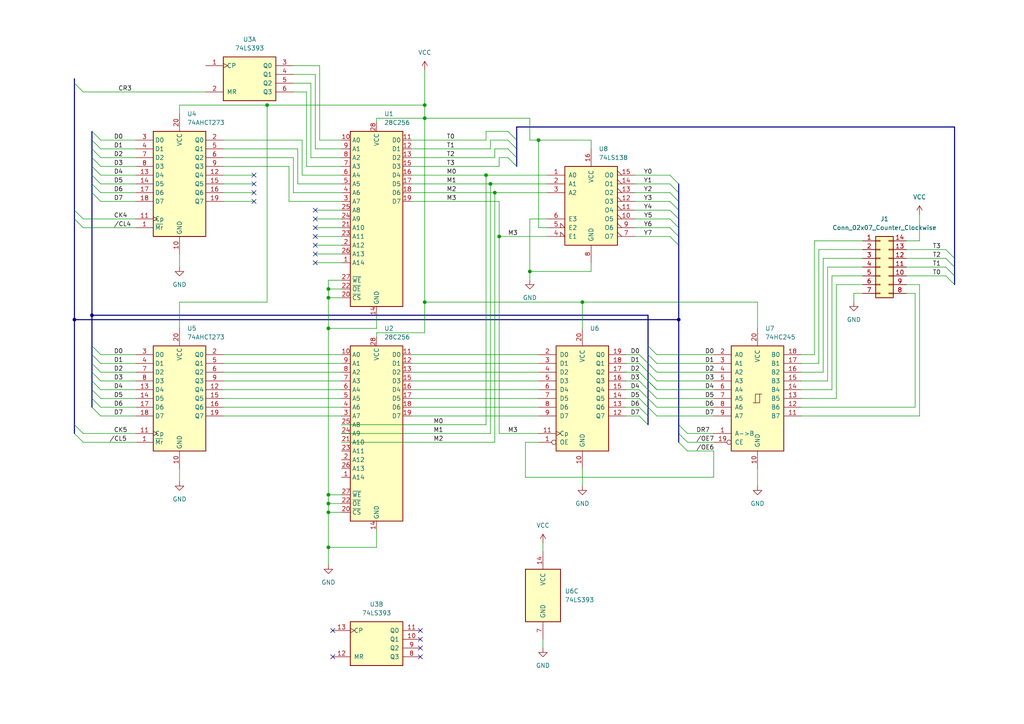
<source format=kicad_sch>
(kicad_sch (version 20230121) (generator eeschema)

  (uuid 39f5cac8-d30b-4971-a564-109866c61c23)

  (paper "A4")

  (lib_symbols
    (symbol "74xx:74AHCT273" (in_bom yes) (on_board yes)
      (property "Reference" "U" (at -7.62 16.51 0)
        (effects (font (size 1.27 1.27)))
      )
      (property "Value" "74AHCT273" (at -7.62 -16.51 0)
        (effects (font (size 1.27 1.27)))
      )
      (property "Footprint" "" (at 0 0 0)
        (effects (font (size 1.27 1.27)) hide)
      )
      (property "Datasheet" "https://assets.nexperia.com/documents/data-sheet/74AHC_AHCT273.pdf" (at 0 0 0)
        (effects (font (size 1.27 1.27)) hide)
      )
      (property "ki_keywords" "AHCTMOS DFF DFF8" (at 0 0 0)
        (effects (font (size 1.27 1.27)) hide)
      )
      (property "ki_description" "8-bit D Flip-Flop, reset" (at 0 0 0)
        (effects (font (size 1.27 1.27)) hide)
      )
      (property "ki_fp_filters" "DIP?20* SO?20* SOIC?20*" (at 0 0 0)
        (effects (font (size 1.27 1.27)) hide)
      )
      (symbol "74AHCT273_1_0"
        (pin input line (at -12.7 -12.7 0) (length 5.08)
          (name "~{Mr}" (effects (font (size 1.27 1.27))))
          (number "1" (effects (font (size 1.27 1.27))))
        )
        (pin power_in line (at 0 -20.32 90) (length 5.08)
          (name "GND" (effects (font (size 1.27 1.27))))
          (number "10" (effects (font (size 1.27 1.27))))
        )
        (pin input clock (at -12.7 -10.16 0) (length 5.08)
          (name "Cp" (effects (font (size 1.27 1.27))))
          (number "11" (effects (font (size 1.27 1.27))))
        )
        (pin output line (at 12.7 2.54 180) (length 5.08)
          (name "Q4" (effects (font (size 1.27 1.27))))
          (number "12" (effects (font (size 1.27 1.27))))
        )
        (pin input line (at -12.7 2.54 0) (length 5.08)
          (name "D4" (effects (font (size 1.27 1.27))))
          (number "13" (effects (font (size 1.27 1.27))))
        )
        (pin input line (at -12.7 0 0) (length 5.08)
          (name "D5" (effects (font (size 1.27 1.27))))
          (number "14" (effects (font (size 1.27 1.27))))
        )
        (pin output line (at 12.7 0 180) (length 5.08)
          (name "Q5" (effects (font (size 1.27 1.27))))
          (number "15" (effects (font (size 1.27 1.27))))
        )
        (pin output line (at 12.7 -2.54 180) (length 5.08)
          (name "Q6" (effects (font (size 1.27 1.27))))
          (number "16" (effects (font (size 1.27 1.27))))
        )
        (pin input line (at -12.7 -2.54 0) (length 5.08)
          (name "D6" (effects (font (size 1.27 1.27))))
          (number "17" (effects (font (size 1.27 1.27))))
        )
        (pin input line (at -12.7 -5.08 0) (length 5.08)
          (name "D7" (effects (font (size 1.27 1.27))))
          (number "18" (effects (font (size 1.27 1.27))))
        )
        (pin output line (at 12.7 -5.08 180) (length 5.08)
          (name "Q7" (effects (font (size 1.27 1.27))))
          (number "19" (effects (font (size 1.27 1.27))))
        )
        (pin output line (at 12.7 12.7 180) (length 5.08)
          (name "Q0" (effects (font (size 1.27 1.27))))
          (number "2" (effects (font (size 1.27 1.27))))
        )
        (pin power_in line (at 0 20.32 270) (length 5.08)
          (name "VCC" (effects (font (size 1.27 1.27))))
          (number "20" (effects (font (size 1.27 1.27))))
        )
        (pin input line (at -12.7 12.7 0) (length 5.08)
          (name "D0" (effects (font (size 1.27 1.27))))
          (number "3" (effects (font (size 1.27 1.27))))
        )
        (pin input line (at -12.7 10.16 0) (length 5.08)
          (name "D1" (effects (font (size 1.27 1.27))))
          (number "4" (effects (font (size 1.27 1.27))))
        )
        (pin output line (at 12.7 10.16 180) (length 5.08)
          (name "Q1" (effects (font (size 1.27 1.27))))
          (number "5" (effects (font (size 1.27 1.27))))
        )
        (pin output line (at 12.7 7.62 180) (length 5.08)
          (name "Q2" (effects (font (size 1.27 1.27))))
          (number "6" (effects (font (size 1.27 1.27))))
        )
        (pin input line (at -12.7 7.62 0) (length 5.08)
          (name "D2" (effects (font (size 1.27 1.27))))
          (number "7" (effects (font (size 1.27 1.27))))
        )
        (pin input line (at -12.7 5.08 0) (length 5.08)
          (name "D3" (effects (font (size 1.27 1.27))))
          (number "8" (effects (font (size 1.27 1.27))))
        )
        (pin output line (at 12.7 5.08 180) (length 5.08)
          (name "Q3" (effects (font (size 1.27 1.27))))
          (number "9" (effects (font (size 1.27 1.27))))
        )
      )
      (symbol "74AHCT273_1_1"
        (rectangle (start -7.62 15.24) (end 7.62 -15.24)
          (stroke (width 0.254) (type default))
          (fill (type background))
        )
      )
    )
    (symbol "74xx:74HC245" (pin_names (offset 1.016)) (in_bom yes) (on_board yes)
      (property "Reference" "U" (at -7.62 16.51 0)
        (effects (font (size 1.27 1.27)))
      )
      (property "Value" "74HC245" (at -7.62 -16.51 0)
        (effects (font (size 1.27 1.27)))
      )
      (property "Footprint" "" (at 0 0 0)
        (effects (font (size 1.27 1.27)) hide)
      )
      (property "Datasheet" "http://www.ti.com/lit/gpn/sn74HC245" (at 0 0 0)
        (effects (font (size 1.27 1.27)) hide)
      )
      (property "ki_locked" "" (at 0 0 0)
        (effects (font (size 1.27 1.27)))
      )
      (property "ki_keywords" "HCMOS BUS 3State" (at 0 0 0)
        (effects (font (size 1.27 1.27)) hide)
      )
      (property "ki_description" "Octal BUS Transceivers, 3-State outputs" (at 0 0 0)
        (effects (font (size 1.27 1.27)) hide)
      )
      (property "ki_fp_filters" "DIP?20*" (at 0 0 0)
        (effects (font (size 1.27 1.27)) hide)
      )
      (symbol "74HC245_1_0"
        (polyline
          (pts
            (xy -0.635 -1.27)
            (xy -0.635 1.27)
            (xy 0.635 1.27)
          )
          (stroke (width 0) (type default))
          (fill (type none))
        )
        (polyline
          (pts
            (xy -1.27 -1.27)
            (xy 0.635 -1.27)
            (xy 0.635 1.27)
            (xy 1.27 1.27)
          )
          (stroke (width 0) (type default))
          (fill (type none))
        )
        (pin input line (at -12.7 -10.16 0) (length 5.08)
          (name "A->B" (effects (font (size 1.27 1.27))))
          (number "1" (effects (font (size 1.27 1.27))))
        )
        (pin power_in line (at 0 -20.32 90) (length 5.08)
          (name "GND" (effects (font (size 1.27 1.27))))
          (number "10" (effects (font (size 1.27 1.27))))
        )
        (pin tri_state line (at 12.7 -5.08 180) (length 5.08)
          (name "B7" (effects (font (size 1.27 1.27))))
          (number "11" (effects (font (size 1.27 1.27))))
        )
        (pin tri_state line (at 12.7 -2.54 180) (length 5.08)
          (name "B6" (effects (font (size 1.27 1.27))))
          (number "12" (effects (font (size 1.27 1.27))))
        )
        (pin tri_state line (at 12.7 0 180) (length 5.08)
          (name "B5" (effects (font (size 1.27 1.27))))
          (number "13" (effects (font (size 1.27 1.27))))
        )
        (pin tri_state line (at 12.7 2.54 180) (length 5.08)
          (name "B4" (effects (font (size 1.27 1.27))))
          (number "14" (effects (font (size 1.27 1.27))))
        )
        (pin tri_state line (at 12.7 5.08 180) (length 5.08)
          (name "B3" (effects (font (size 1.27 1.27))))
          (number "15" (effects (font (size 1.27 1.27))))
        )
        (pin tri_state line (at 12.7 7.62 180) (length 5.08)
          (name "B2" (effects (font (size 1.27 1.27))))
          (number "16" (effects (font (size 1.27 1.27))))
        )
        (pin tri_state line (at 12.7 10.16 180) (length 5.08)
          (name "B1" (effects (font (size 1.27 1.27))))
          (number "17" (effects (font (size 1.27 1.27))))
        )
        (pin tri_state line (at 12.7 12.7 180) (length 5.08)
          (name "B0" (effects (font (size 1.27 1.27))))
          (number "18" (effects (font (size 1.27 1.27))))
        )
        (pin input inverted (at -12.7 -12.7 0) (length 5.08)
          (name "CE" (effects (font (size 1.27 1.27))))
          (number "19" (effects (font (size 1.27 1.27))))
        )
        (pin tri_state line (at -12.7 12.7 0) (length 5.08)
          (name "A0" (effects (font (size 1.27 1.27))))
          (number "2" (effects (font (size 1.27 1.27))))
        )
        (pin power_in line (at 0 20.32 270) (length 5.08)
          (name "VCC" (effects (font (size 1.27 1.27))))
          (number "20" (effects (font (size 1.27 1.27))))
        )
        (pin tri_state line (at -12.7 10.16 0) (length 5.08)
          (name "A1" (effects (font (size 1.27 1.27))))
          (number "3" (effects (font (size 1.27 1.27))))
        )
        (pin tri_state line (at -12.7 7.62 0) (length 5.08)
          (name "A2" (effects (font (size 1.27 1.27))))
          (number "4" (effects (font (size 1.27 1.27))))
        )
        (pin tri_state line (at -12.7 5.08 0) (length 5.08)
          (name "A3" (effects (font (size 1.27 1.27))))
          (number "5" (effects (font (size 1.27 1.27))))
        )
        (pin tri_state line (at -12.7 2.54 0) (length 5.08)
          (name "A4" (effects (font (size 1.27 1.27))))
          (number "6" (effects (font (size 1.27 1.27))))
        )
        (pin tri_state line (at -12.7 0 0) (length 5.08)
          (name "A5" (effects (font (size 1.27 1.27))))
          (number "7" (effects (font (size 1.27 1.27))))
        )
        (pin tri_state line (at -12.7 -2.54 0) (length 5.08)
          (name "A6" (effects (font (size 1.27 1.27))))
          (number "8" (effects (font (size 1.27 1.27))))
        )
        (pin tri_state line (at -12.7 -5.08 0) (length 5.08)
          (name "A7" (effects (font (size 1.27 1.27))))
          (number "9" (effects (font (size 1.27 1.27))))
        )
      )
      (symbol "74HC245_1_1"
        (rectangle (start -7.62 15.24) (end 7.62 -15.24)
          (stroke (width 0.254) (type default))
          (fill (type background))
        )
      )
    )
    (symbol "74xx:74HCT574" (pin_names (offset 1.016)) (in_bom yes) (on_board yes)
      (property "Reference" "U" (at -7.62 16.51 0)
        (effects (font (size 1.27 1.27)))
      )
      (property "Value" "74HCT574" (at -7.62 -16.51 0)
        (effects (font (size 1.27 1.27)))
      )
      (property "Footprint" "" (at 0 0 0)
        (effects (font (size 1.27 1.27)) hide)
      )
      (property "Datasheet" "http://www.ti.com/lit/gpn/sn74HCT574" (at 0 0 0)
        (effects (font (size 1.27 1.27)) hide)
      )
      (property "ki_locked" "" (at 0 0 0)
        (effects (font (size 1.27 1.27)))
      )
      (property "ki_keywords" "TTL REG DFF DFF8 3State" (at 0 0 0)
        (effects (font (size 1.27 1.27)) hide)
      )
      (property "ki_description" "8-bit Register, 3-state outputs" (at 0 0 0)
        (effects (font (size 1.27 1.27)) hide)
      )
      (property "ki_fp_filters" "DIP?20*" (at 0 0 0)
        (effects (font (size 1.27 1.27)) hide)
      )
      (symbol "74HCT574_1_0"
        (pin input inverted (at -12.7 -12.7 0) (length 5.08)
          (name "OE" (effects (font (size 1.27 1.27))))
          (number "1" (effects (font (size 1.27 1.27))))
        )
        (pin power_in line (at 0 -20.32 90) (length 5.08)
          (name "GND" (effects (font (size 1.27 1.27))))
          (number "10" (effects (font (size 1.27 1.27))))
        )
        (pin input clock (at -12.7 -10.16 0) (length 5.08)
          (name "Cp" (effects (font (size 1.27 1.27))))
          (number "11" (effects (font (size 1.27 1.27))))
        )
        (pin tri_state line (at 12.7 -5.08 180) (length 5.08)
          (name "Q7" (effects (font (size 1.27 1.27))))
          (number "12" (effects (font (size 1.27 1.27))))
        )
        (pin tri_state line (at 12.7 -2.54 180) (length 5.08)
          (name "Q6" (effects (font (size 1.27 1.27))))
          (number "13" (effects (font (size 1.27 1.27))))
        )
        (pin tri_state line (at 12.7 0 180) (length 5.08)
          (name "Q5" (effects (font (size 1.27 1.27))))
          (number "14" (effects (font (size 1.27 1.27))))
        )
        (pin tri_state line (at 12.7 2.54 180) (length 5.08)
          (name "Q4" (effects (font (size 1.27 1.27))))
          (number "15" (effects (font (size 1.27 1.27))))
        )
        (pin tri_state line (at 12.7 5.08 180) (length 5.08)
          (name "Q3" (effects (font (size 1.27 1.27))))
          (number "16" (effects (font (size 1.27 1.27))))
        )
        (pin tri_state line (at 12.7 7.62 180) (length 5.08)
          (name "Q2" (effects (font (size 1.27 1.27))))
          (number "17" (effects (font (size 1.27 1.27))))
        )
        (pin tri_state line (at 12.7 10.16 180) (length 5.08)
          (name "Q1" (effects (font (size 1.27 1.27))))
          (number "18" (effects (font (size 1.27 1.27))))
        )
        (pin tri_state line (at 12.7 12.7 180) (length 5.08)
          (name "Q0" (effects (font (size 1.27 1.27))))
          (number "19" (effects (font (size 1.27 1.27))))
        )
        (pin input line (at -12.7 12.7 0) (length 5.08)
          (name "D0" (effects (font (size 1.27 1.27))))
          (number "2" (effects (font (size 1.27 1.27))))
        )
        (pin power_in line (at 0 20.32 270) (length 5.08)
          (name "VCC" (effects (font (size 1.27 1.27))))
          (number "20" (effects (font (size 1.27 1.27))))
        )
        (pin input line (at -12.7 10.16 0) (length 5.08)
          (name "D1" (effects (font (size 1.27 1.27))))
          (number "3" (effects (font (size 1.27 1.27))))
        )
        (pin input line (at -12.7 7.62 0) (length 5.08)
          (name "D2" (effects (font (size 1.27 1.27))))
          (number "4" (effects (font (size 1.27 1.27))))
        )
        (pin input line (at -12.7 5.08 0) (length 5.08)
          (name "D3" (effects (font (size 1.27 1.27))))
          (number "5" (effects (font (size 1.27 1.27))))
        )
        (pin input line (at -12.7 2.54 0) (length 5.08)
          (name "D4" (effects (font (size 1.27 1.27))))
          (number "6" (effects (font (size 1.27 1.27))))
        )
        (pin input line (at -12.7 0 0) (length 5.08)
          (name "D5" (effects (font (size 1.27 1.27))))
          (number "7" (effects (font (size 1.27 1.27))))
        )
        (pin input line (at -12.7 -2.54 0) (length 5.08)
          (name "D6" (effects (font (size 1.27 1.27))))
          (number "8" (effects (font (size 1.27 1.27))))
        )
        (pin input line (at -12.7 -5.08 0) (length 5.08)
          (name "D7" (effects (font (size 1.27 1.27))))
          (number "9" (effects (font (size 1.27 1.27))))
        )
      )
      (symbol "74HCT574_1_1"
        (rectangle (start -7.62 15.24) (end 7.62 -15.24)
          (stroke (width 0.254) (type default))
          (fill (type background))
        )
      )
    )
    (symbol "74xx:74LS138" (pin_names (offset 1.016)) (in_bom yes) (on_board yes)
      (property "Reference" "U" (at -7.62 11.43 0)
        (effects (font (size 1.27 1.27)))
      )
      (property "Value" "74LS138" (at -7.62 -13.97 0)
        (effects (font (size 1.27 1.27)))
      )
      (property "Footprint" "" (at 0 0 0)
        (effects (font (size 1.27 1.27)) hide)
      )
      (property "Datasheet" "http://www.ti.com/lit/gpn/sn74LS138" (at 0 0 0)
        (effects (font (size 1.27 1.27)) hide)
      )
      (property "ki_locked" "" (at 0 0 0)
        (effects (font (size 1.27 1.27)))
      )
      (property "ki_keywords" "TTL DECOD DECOD8" (at 0 0 0)
        (effects (font (size 1.27 1.27)) hide)
      )
      (property "ki_description" "Decoder 3 to 8 active low outputs" (at 0 0 0)
        (effects (font (size 1.27 1.27)) hide)
      )
      (property "ki_fp_filters" "DIP?16*" (at 0 0 0)
        (effects (font (size 1.27 1.27)) hide)
      )
      (symbol "74LS138_1_0"
        (pin input line (at -12.7 7.62 0) (length 5.08)
          (name "A0" (effects (font (size 1.27 1.27))))
          (number "1" (effects (font (size 1.27 1.27))))
        )
        (pin output output_low (at 12.7 -5.08 180) (length 5.08)
          (name "O5" (effects (font (size 1.27 1.27))))
          (number "10" (effects (font (size 1.27 1.27))))
        )
        (pin output output_low (at 12.7 -2.54 180) (length 5.08)
          (name "O4" (effects (font (size 1.27 1.27))))
          (number "11" (effects (font (size 1.27 1.27))))
        )
        (pin output output_low (at 12.7 0 180) (length 5.08)
          (name "O3" (effects (font (size 1.27 1.27))))
          (number "12" (effects (font (size 1.27 1.27))))
        )
        (pin output output_low (at 12.7 2.54 180) (length 5.08)
          (name "O2" (effects (font (size 1.27 1.27))))
          (number "13" (effects (font (size 1.27 1.27))))
        )
        (pin output output_low (at 12.7 5.08 180) (length 5.08)
          (name "O1" (effects (font (size 1.27 1.27))))
          (number "14" (effects (font (size 1.27 1.27))))
        )
        (pin output output_low (at 12.7 7.62 180) (length 5.08)
          (name "O0" (effects (font (size 1.27 1.27))))
          (number "15" (effects (font (size 1.27 1.27))))
        )
        (pin power_in line (at 0 15.24 270) (length 5.08)
          (name "VCC" (effects (font (size 1.27 1.27))))
          (number "16" (effects (font (size 1.27 1.27))))
        )
        (pin input line (at -12.7 5.08 0) (length 5.08)
          (name "A1" (effects (font (size 1.27 1.27))))
          (number "2" (effects (font (size 1.27 1.27))))
        )
        (pin input line (at -12.7 2.54 0) (length 5.08)
          (name "A2" (effects (font (size 1.27 1.27))))
          (number "3" (effects (font (size 1.27 1.27))))
        )
        (pin input input_low (at -12.7 -10.16 0) (length 5.08)
          (name "E1" (effects (font (size 1.27 1.27))))
          (number "4" (effects (font (size 1.27 1.27))))
        )
        (pin input input_low (at -12.7 -7.62 0) (length 5.08)
          (name "E2" (effects (font (size 1.27 1.27))))
          (number "5" (effects (font (size 1.27 1.27))))
        )
        (pin input line (at -12.7 -5.08 0) (length 5.08)
          (name "E3" (effects (font (size 1.27 1.27))))
          (number "6" (effects (font (size 1.27 1.27))))
        )
        (pin output output_low (at 12.7 -10.16 180) (length 5.08)
          (name "O7" (effects (font (size 1.27 1.27))))
          (number "7" (effects (font (size 1.27 1.27))))
        )
        (pin power_in line (at 0 -17.78 90) (length 5.08)
          (name "GND" (effects (font (size 1.27 1.27))))
          (number "8" (effects (font (size 1.27 1.27))))
        )
        (pin output output_low (at 12.7 -7.62 180) (length 5.08)
          (name "O6" (effects (font (size 1.27 1.27))))
          (number "9" (effects (font (size 1.27 1.27))))
        )
      )
      (symbol "74LS138_1_1"
        (rectangle (start -7.62 10.16) (end 7.62 -12.7)
          (stroke (width 0.254) (type default))
          (fill (type background))
        )
      )
    )
    (symbol "74xx:74LS393" (pin_names (offset 1.016)) (in_bom yes) (on_board yes)
      (property "Reference" "U" (at -7.62 8.89 0)
        (effects (font (size 1.27 1.27)))
      )
      (property "Value" "74LS393" (at -7.62 -8.89 0)
        (effects (font (size 1.27 1.27)))
      )
      (property "Footprint" "" (at 0 0 0)
        (effects (font (size 1.27 1.27)) hide)
      )
      (property "Datasheet" "74xx\\74LS393.pdf" (at 0 0 0)
        (effects (font (size 1.27 1.27)) hide)
      )
      (property "ki_locked" "" (at 0 0 0)
        (effects (font (size 1.27 1.27)))
      )
      (property "ki_keywords" "TTL CNT CNT4" (at 0 0 0)
        (effects (font (size 1.27 1.27)) hide)
      )
      (property "ki_description" "Dual BCD 4-bit counter" (at 0 0 0)
        (effects (font (size 1.27 1.27)) hide)
      )
      (property "ki_fp_filters" "DIP*W7.62mm*" (at 0 0 0)
        (effects (font (size 1.27 1.27)) hide)
      )
      (symbol "74LS393_1_0"
        (pin input clock (at -12.7 2.54 0) (length 5.08)
          (name "CP" (effects (font (size 1.27 1.27))))
          (number "1" (effects (font (size 1.27 1.27))))
        )
        (pin input line (at -12.7 -5.08 0) (length 5.08)
          (name "MR" (effects (font (size 1.27 1.27))))
          (number "2" (effects (font (size 1.27 1.27))))
        )
        (pin output line (at 12.7 2.54 180) (length 5.08)
          (name "Q0" (effects (font (size 1.27 1.27))))
          (number "3" (effects (font (size 1.27 1.27))))
        )
        (pin output line (at 12.7 0 180) (length 5.08)
          (name "Q1" (effects (font (size 1.27 1.27))))
          (number "4" (effects (font (size 1.27 1.27))))
        )
        (pin output line (at 12.7 -2.54 180) (length 5.08)
          (name "Q2" (effects (font (size 1.27 1.27))))
          (number "5" (effects (font (size 1.27 1.27))))
        )
        (pin output line (at 12.7 -5.08 180) (length 5.08)
          (name "Q3" (effects (font (size 1.27 1.27))))
          (number "6" (effects (font (size 1.27 1.27))))
        )
      )
      (symbol "74LS393_1_1"
        (rectangle (start -7.62 5.08) (end 7.62 -7.62)
          (stroke (width 0.254) (type default))
          (fill (type background))
        )
      )
      (symbol "74LS393_2_0"
        (pin output line (at 12.7 0 180) (length 5.08)
          (name "Q1" (effects (font (size 1.27 1.27))))
          (number "10" (effects (font (size 1.27 1.27))))
        )
        (pin output line (at 12.7 2.54 180) (length 5.08)
          (name "Q0" (effects (font (size 1.27 1.27))))
          (number "11" (effects (font (size 1.27 1.27))))
        )
        (pin input line (at -12.7 -5.08 0) (length 5.08)
          (name "MR" (effects (font (size 1.27 1.27))))
          (number "12" (effects (font (size 1.27 1.27))))
        )
        (pin input clock (at -12.7 2.54 0) (length 5.08)
          (name "CP" (effects (font (size 1.27 1.27))))
          (number "13" (effects (font (size 1.27 1.27))))
        )
        (pin output line (at 12.7 -5.08 180) (length 5.08)
          (name "Q3" (effects (font (size 1.27 1.27))))
          (number "8" (effects (font (size 1.27 1.27))))
        )
        (pin output line (at 12.7 -2.54 180) (length 5.08)
          (name "Q2" (effects (font (size 1.27 1.27))))
          (number "9" (effects (font (size 1.27 1.27))))
        )
      )
      (symbol "74LS393_2_1"
        (rectangle (start -7.62 5.08) (end 7.62 -7.62)
          (stroke (width 0.254) (type default))
          (fill (type background))
        )
      )
      (symbol "74LS393_3_0"
        (pin power_in line (at 0 12.7 270) (length 5.08)
          (name "VCC" (effects (font (size 1.27 1.27))))
          (number "14" (effects (font (size 1.27 1.27))))
        )
        (pin power_in line (at 0 -12.7 90) (length 5.08)
          (name "GND" (effects (font (size 1.27 1.27))))
          (number "7" (effects (font (size 1.27 1.27))))
        )
      )
      (symbol "74LS393_3_1"
        (rectangle (start -5.08 7.62) (end 5.08 -7.62)
          (stroke (width 0.254) (type default))
          (fill (type background))
        )
      )
    )
    (symbol "Connector_Generic:Conn_02x07_Counter_Clockwise" (pin_names (offset 1.016) hide) (in_bom yes) (on_board yes)
      (property "Reference" "J" (at 1.27 10.16 0)
        (effects (font (size 1.27 1.27)))
      )
      (property "Value" "Conn_02x07_Counter_Clockwise" (at 1.27 -10.16 0)
        (effects (font (size 1.27 1.27)))
      )
      (property "Footprint" "" (at 0 0 0)
        (effects (font (size 1.27 1.27)) hide)
      )
      (property "Datasheet" "~" (at 0 0 0)
        (effects (font (size 1.27 1.27)) hide)
      )
      (property "ki_keywords" "connector" (at 0 0 0)
        (effects (font (size 1.27 1.27)) hide)
      )
      (property "ki_description" "Generic connector, double row, 02x07, counter clockwise pin numbering scheme (similar to DIP package numbering), script generated (kicad-library-utils/schlib/autogen/connector/)" (at 0 0 0)
        (effects (font (size 1.27 1.27)) hide)
      )
      (property "ki_fp_filters" "Connector*:*_2x??_*" (at 0 0 0)
        (effects (font (size 1.27 1.27)) hide)
      )
      (symbol "Conn_02x07_Counter_Clockwise_1_1"
        (rectangle (start -1.27 -7.493) (end 0 -7.747)
          (stroke (width 0.1524) (type default))
          (fill (type none))
        )
        (rectangle (start -1.27 -4.953) (end 0 -5.207)
          (stroke (width 0.1524) (type default))
          (fill (type none))
        )
        (rectangle (start -1.27 -2.413) (end 0 -2.667)
          (stroke (width 0.1524) (type default))
          (fill (type none))
        )
        (rectangle (start -1.27 0.127) (end 0 -0.127)
          (stroke (width 0.1524) (type default))
          (fill (type none))
        )
        (rectangle (start -1.27 2.667) (end 0 2.413)
          (stroke (width 0.1524) (type default))
          (fill (type none))
        )
        (rectangle (start -1.27 5.207) (end 0 4.953)
          (stroke (width 0.1524) (type default))
          (fill (type none))
        )
        (rectangle (start -1.27 7.747) (end 0 7.493)
          (stroke (width 0.1524) (type default))
          (fill (type none))
        )
        (rectangle (start -1.27 8.89) (end 3.81 -8.89)
          (stroke (width 0.254) (type default))
          (fill (type background))
        )
        (rectangle (start 3.81 -7.493) (end 2.54 -7.747)
          (stroke (width 0.1524) (type default))
          (fill (type none))
        )
        (rectangle (start 3.81 -4.953) (end 2.54 -5.207)
          (stroke (width 0.1524) (type default))
          (fill (type none))
        )
        (rectangle (start 3.81 -2.413) (end 2.54 -2.667)
          (stroke (width 0.1524) (type default))
          (fill (type none))
        )
        (rectangle (start 3.81 0.127) (end 2.54 -0.127)
          (stroke (width 0.1524) (type default))
          (fill (type none))
        )
        (rectangle (start 3.81 2.667) (end 2.54 2.413)
          (stroke (width 0.1524) (type default))
          (fill (type none))
        )
        (rectangle (start 3.81 5.207) (end 2.54 4.953)
          (stroke (width 0.1524) (type default))
          (fill (type none))
        )
        (rectangle (start 3.81 7.747) (end 2.54 7.493)
          (stroke (width 0.1524) (type default))
          (fill (type none))
        )
        (pin passive line (at -5.08 7.62 0) (length 3.81)
          (name "Pin_1" (effects (font (size 1.27 1.27))))
          (number "1" (effects (font (size 1.27 1.27))))
        )
        (pin passive line (at 7.62 -2.54 180) (length 3.81)
          (name "Pin_10" (effects (font (size 1.27 1.27))))
          (number "10" (effects (font (size 1.27 1.27))))
        )
        (pin passive line (at 7.62 0 180) (length 3.81)
          (name "Pin_11" (effects (font (size 1.27 1.27))))
          (number "11" (effects (font (size 1.27 1.27))))
        )
        (pin passive line (at 7.62 2.54 180) (length 3.81)
          (name "Pin_12" (effects (font (size 1.27 1.27))))
          (number "12" (effects (font (size 1.27 1.27))))
        )
        (pin passive line (at 7.62 5.08 180) (length 3.81)
          (name "Pin_13" (effects (font (size 1.27 1.27))))
          (number "13" (effects (font (size 1.27 1.27))))
        )
        (pin passive line (at 7.62 7.62 180) (length 3.81)
          (name "Pin_14" (effects (font (size 1.27 1.27))))
          (number "14" (effects (font (size 1.27 1.27))))
        )
        (pin passive line (at -5.08 5.08 0) (length 3.81)
          (name "Pin_2" (effects (font (size 1.27 1.27))))
          (number "2" (effects (font (size 1.27 1.27))))
        )
        (pin passive line (at -5.08 2.54 0) (length 3.81)
          (name "Pin_3" (effects (font (size 1.27 1.27))))
          (number "3" (effects (font (size 1.27 1.27))))
        )
        (pin passive line (at -5.08 0 0) (length 3.81)
          (name "Pin_4" (effects (font (size 1.27 1.27))))
          (number "4" (effects (font (size 1.27 1.27))))
        )
        (pin passive line (at -5.08 -2.54 0) (length 3.81)
          (name "Pin_5" (effects (font (size 1.27 1.27))))
          (number "5" (effects (font (size 1.27 1.27))))
        )
        (pin passive line (at -5.08 -5.08 0) (length 3.81)
          (name "Pin_6" (effects (font (size 1.27 1.27))))
          (number "6" (effects (font (size 1.27 1.27))))
        )
        (pin passive line (at -5.08 -7.62 0) (length 3.81)
          (name "Pin_7" (effects (font (size 1.27 1.27))))
          (number "7" (effects (font (size 1.27 1.27))))
        )
        (pin passive line (at 7.62 -7.62 180) (length 3.81)
          (name "Pin_8" (effects (font (size 1.27 1.27))))
          (number "8" (effects (font (size 1.27 1.27))))
        )
        (pin passive line (at 7.62 -5.08 180) (length 3.81)
          (name "Pin_9" (effects (font (size 1.27 1.27))))
          (number "9" (effects (font (size 1.27 1.27))))
        )
      )
    )
    (symbol "Memory_EEPROM:28C256" (in_bom yes) (on_board yes)
      (property "Reference" "U" (at -7.62 26.67 0)
        (effects (font (size 1.27 1.27)))
      )
      (property "Value" "28C256" (at 2.54 -26.67 0)
        (effects (font (size 1.27 1.27)) (justify left))
      )
      (property "Footprint" "" (at 0 0 0)
        (effects (font (size 1.27 1.27)) hide)
      )
      (property "Datasheet" "http://ww1.microchip.com/downloads/en/DeviceDoc/doc0006.pdf" (at 0 0 0)
        (effects (font (size 1.27 1.27)) hide)
      )
      (property "ki_keywords" "Parallel EEPROM 256Kb" (at 0 0 0)
        (effects (font (size 1.27 1.27)) hide)
      )
      (property "ki_description" "Paged Parallel EEPROM 256Kb (32K x 8), DIP-28/SOIC-28" (at 0 0 0)
        (effects (font (size 1.27 1.27)) hide)
      )
      (property "ki_fp_filters" "DIP*W15.24mm* SOIC*7.5x17.9mm*P1.27mm*" (at 0 0 0)
        (effects (font (size 1.27 1.27)) hide)
      )
      (symbol "28C256_1_1"
        (rectangle (start -7.62 25.4) (end 7.62 -25.4)
          (stroke (width 0.254) (type default))
          (fill (type background))
        )
        (pin input line (at -10.16 -12.7 0) (length 2.54)
          (name "A14" (effects (font (size 1.27 1.27))))
          (number "1" (effects (font (size 1.27 1.27))))
        )
        (pin input line (at -10.16 22.86 0) (length 2.54)
          (name "A0" (effects (font (size 1.27 1.27))))
          (number "10" (effects (font (size 1.27 1.27))))
        )
        (pin tri_state line (at 10.16 22.86 180) (length 2.54)
          (name "D0" (effects (font (size 1.27 1.27))))
          (number "11" (effects (font (size 1.27 1.27))))
        )
        (pin tri_state line (at 10.16 20.32 180) (length 2.54)
          (name "D1" (effects (font (size 1.27 1.27))))
          (number "12" (effects (font (size 1.27 1.27))))
        )
        (pin tri_state line (at 10.16 17.78 180) (length 2.54)
          (name "D2" (effects (font (size 1.27 1.27))))
          (number "13" (effects (font (size 1.27 1.27))))
        )
        (pin power_in line (at 0 -27.94 90) (length 2.54)
          (name "GND" (effects (font (size 1.27 1.27))))
          (number "14" (effects (font (size 1.27 1.27))))
        )
        (pin tri_state line (at 10.16 15.24 180) (length 2.54)
          (name "D3" (effects (font (size 1.27 1.27))))
          (number "15" (effects (font (size 1.27 1.27))))
        )
        (pin tri_state line (at 10.16 12.7 180) (length 2.54)
          (name "D4" (effects (font (size 1.27 1.27))))
          (number "16" (effects (font (size 1.27 1.27))))
        )
        (pin tri_state line (at 10.16 10.16 180) (length 2.54)
          (name "D5" (effects (font (size 1.27 1.27))))
          (number "17" (effects (font (size 1.27 1.27))))
        )
        (pin tri_state line (at 10.16 7.62 180) (length 2.54)
          (name "D6" (effects (font (size 1.27 1.27))))
          (number "18" (effects (font (size 1.27 1.27))))
        )
        (pin tri_state line (at 10.16 5.08 180) (length 2.54)
          (name "D7" (effects (font (size 1.27 1.27))))
          (number "19" (effects (font (size 1.27 1.27))))
        )
        (pin input line (at -10.16 -7.62 0) (length 2.54)
          (name "A12" (effects (font (size 1.27 1.27))))
          (number "2" (effects (font (size 1.27 1.27))))
        )
        (pin input line (at -10.16 -22.86 0) (length 2.54)
          (name "~{CS}" (effects (font (size 1.27 1.27))))
          (number "20" (effects (font (size 1.27 1.27))))
        )
        (pin input line (at -10.16 -2.54 0) (length 2.54)
          (name "A10" (effects (font (size 1.27 1.27))))
          (number "21" (effects (font (size 1.27 1.27))))
        )
        (pin input line (at -10.16 -20.32 0) (length 2.54)
          (name "~{OE}" (effects (font (size 1.27 1.27))))
          (number "22" (effects (font (size 1.27 1.27))))
        )
        (pin input line (at -10.16 -5.08 0) (length 2.54)
          (name "A11" (effects (font (size 1.27 1.27))))
          (number "23" (effects (font (size 1.27 1.27))))
        )
        (pin input line (at -10.16 0 0) (length 2.54)
          (name "A9" (effects (font (size 1.27 1.27))))
          (number "24" (effects (font (size 1.27 1.27))))
        )
        (pin input line (at -10.16 2.54 0) (length 2.54)
          (name "A8" (effects (font (size 1.27 1.27))))
          (number "25" (effects (font (size 1.27 1.27))))
        )
        (pin input line (at -10.16 -10.16 0) (length 2.54)
          (name "A13" (effects (font (size 1.27 1.27))))
          (number "26" (effects (font (size 1.27 1.27))))
        )
        (pin input line (at -10.16 -17.78 0) (length 2.54)
          (name "~{WE}" (effects (font (size 1.27 1.27))))
          (number "27" (effects (font (size 1.27 1.27))))
        )
        (pin power_in line (at 0 27.94 270) (length 2.54)
          (name "VCC" (effects (font (size 1.27 1.27))))
          (number "28" (effects (font (size 1.27 1.27))))
        )
        (pin input line (at -10.16 5.08 0) (length 2.54)
          (name "A7" (effects (font (size 1.27 1.27))))
          (number "3" (effects (font (size 1.27 1.27))))
        )
        (pin input line (at -10.16 7.62 0) (length 2.54)
          (name "A6" (effects (font (size 1.27 1.27))))
          (number "4" (effects (font (size 1.27 1.27))))
        )
        (pin input line (at -10.16 10.16 0) (length 2.54)
          (name "A5" (effects (font (size 1.27 1.27))))
          (number "5" (effects (font (size 1.27 1.27))))
        )
        (pin input line (at -10.16 12.7 0) (length 2.54)
          (name "A4" (effects (font (size 1.27 1.27))))
          (number "6" (effects (font (size 1.27 1.27))))
        )
        (pin input line (at -10.16 15.24 0) (length 2.54)
          (name "A3" (effects (font (size 1.27 1.27))))
          (number "7" (effects (font (size 1.27 1.27))))
        )
        (pin input line (at -10.16 17.78 0) (length 2.54)
          (name "A2" (effects (font (size 1.27 1.27))))
          (number "8" (effects (font (size 1.27 1.27))))
        )
        (pin input line (at -10.16 20.32 0) (length 2.54)
          (name "A1" (effects (font (size 1.27 1.27))))
          (number "9" (effects (font (size 1.27 1.27))))
        )
      )
    )
    (symbol "power:GND" (power) (pin_names (offset 0)) (in_bom yes) (on_board yes)
      (property "Reference" "#PWR" (at 0 -6.35 0)
        (effects (font (size 1.27 1.27)) hide)
      )
      (property "Value" "GND" (at 0 -3.81 0)
        (effects (font (size 1.27 1.27)))
      )
      (property "Footprint" "" (at 0 0 0)
        (effects (font (size 1.27 1.27)) hide)
      )
      (property "Datasheet" "" (at 0 0 0)
        (effects (font (size 1.27 1.27)) hide)
      )
      (property "ki_keywords" "global power" (at 0 0 0)
        (effects (font (size 1.27 1.27)) hide)
      )
      (property "ki_description" "Power symbol creates a global label with name \"GND\" , ground" (at 0 0 0)
        (effects (font (size 1.27 1.27)) hide)
      )
      (symbol "GND_0_1"
        (polyline
          (pts
            (xy 0 0)
            (xy 0 -1.27)
            (xy 1.27 -1.27)
            (xy 0 -2.54)
            (xy -1.27 -1.27)
            (xy 0 -1.27)
          )
          (stroke (width 0) (type default))
          (fill (type none))
        )
      )
      (symbol "GND_1_1"
        (pin power_in line (at 0 0 270) (length 0) hide
          (name "GND" (effects (font (size 1.27 1.27))))
          (number "1" (effects (font (size 1.27 1.27))))
        )
      )
    )
    (symbol "power:VCC" (power) (pin_names (offset 0)) (in_bom yes) (on_board yes)
      (property "Reference" "#PWR" (at 0 -3.81 0)
        (effects (font (size 1.27 1.27)) hide)
      )
      (property "Value" "VCC" (at 0 3.81 0)
        (effects (font (size 1.27 1.27)))
      )
      (property "Footprint" "" (at 0 0 0)
        (effects (font (size 1.27 1.27)) hide)
      )
      (property "Datasheet" "" (at 0 0 0)
        (effects (font (size 1.27 1.27)) hide)
      )
      (property "ki_keywords" "global power" (at 0 0 0)
        (effects (font (size 1.27 1.27)) hide)
      )
      (property "ki_description" "Power symbol creates a global label with name \"VCC\"" (at 0 0 0)
        (effects (font (size 1.27 1.27)) hide)
      )
      (symbol "VCC_0_1"
        (polyline
          (pts
            (xy -0.762 1.27)
            (xy 0 2.54)
          )
          (stroke (width 0) (type default))
          (fill (type none))
        )
        (polyline
          (pts
            (xy 0 0)
            (xy 0 2.54)
          )
          (stroke (width 0) (type default))
          (fill (type none))
        )
        (polyline
          (pts
            (xy 0 2.54)
            (xy 0.762 1.27)
          )
          (stroke (width 0) (type default))
          (fill (type none))
        )
      )
      (symbol "VCC_1_1"
        (pin power_in line (at 0 0 90) (length 0) hide
          (name "VCC" (effects (font (size 1.27 1.27))))
          (number "1" (effects (font (size 1.27 1.27))))
        )
      )
    )
  )

  (junction (at 95.25 146.05) (diameter 0) (color 0 0 0 0)
    (uuid 0a5d8361-4cce-4b95-bf8d-5e067ec756c4)
  )
  (junction (at 123.19 30.48) (diameter 0) (color 0 0 0 0)
    (uuid 11b64e7c-1a3d-4c0a-90ea-c3ef0e837ed0)
  )
  (junction (at 26.67 91.44) (diameter 0) (color 0 0 0 0)
    (uuid 1f13bb3c-335e-49d1-85a5-2aeffeb19c8f)
  )
  (junction (at 153.67 78.74) (diameter 0) (color 0 0 0 0)
    (uuid 26ad7402-6142-45da-9d68-616aef50f52d)
  )
  (junction (at 95.25 158.75) (diameter 0) (color 0 0 0 0)
    (uuid 2896f628-3d36-40e0-ad30-2eb82efce553)
  )
  (junction (at 95.25 148.59) (diameter 0) (color 0 0 0 0)
    (uuid 2da2aa15-8b43-4ba1-8060-a19d6ee31e8c)
  )
  (junction (at 142.24 53.34) (diameter 0) (color 0 0 0 0)
    (uuid 30d017fa-6675-46e5-bfe4-1525de4f45c6)
  )
  (junction (at 95.25 143.51) (diameter 0) (color 0 0 0 0)
    (uuid 31a69072-bad5-45bf-ae9f-be48c3669095)
  )
  (junction (at 168.91 87.63) (diameter 0) (color 0 0 0 0)
    (uuid 3dccb34b-aba8-46dd-bc61-7649866a733f)
  )
  (junction (at 123.19 87.63) (diameter 0) (color 0 0 0 0)
    (uuid 4c827738-8c15-4802-a8ca-619390a6192a)
  )
  (junction (at 156.21 40.64) (diameter 0) (color 0 0 0 0)
    (uuid 4f850ab9-6c2f-4676-96eb-61253958edc3)
  )
  (junction (at 140.97 50.8) (diameter 0) (color 0 0 0 0)
    (uuid 600002dd-0290-4934-adb7-fadb60f061eb)
  )
  (junction (at 21.59 92.71) (diameter 0) (color 0 0 0 0)
    (uuid 7139bc97-ff0b-46ac-8272-3e9acdf55984)
  )
  (junction (at 143.51 55.88) (diameter 0) (color 0 0 0 0)
    (uuid 78f3be50-c7d8-4ce2-8a6d-7ea9f226350a)
  )
  (junction (at 95.25 83.82) (diameter 0) (color 0 0 0 0)
    (uuid 8438c600-d7da-4692-8847-9d9bcf517f87)
  )
  (junction (at 144.78 68.58) (diameter 0) (color 0 0 0 0)
    (uuid bfe05dec-9fbc-48bc-ae9d-d3126e87a042)
  )
  (junction (at 95.25 95.25) (diameter 0) (color 0 0 0 0)
    (uuid c384fbf4-d650-4a9d-a8d9-6d1a53b0dec5)
  )
  (junction (at 123.19 34.29) (diameter 0) (color 0 0 0 0)
    (uuid ec3e3bed-82db-4584-ba2c-8d64e7e5ffc3)
  )
  (junction (at 77.47 30.48) (diameter 0) (color 0 0 0 0)
    (uuid ed41b3b8-624e-4439-98d9-d0f2cdbd9eb0)
  )
  (junction (at 196.85 92.71) (diameter 0) (color 0 0 0 0)
    (uuid f767ef20-dda8-4481-82f9-f2fc03b1c72b)
  )
  (junction (at 95.25 86.36) (diameter 0) (color 0 0 0 0)
    (uuid f93d764a-efbf-4253-85b4-05f0847d16cb)
  )

  (no_connect (at 121.92 185.42) (uuid 157f6cff-5084-4f51-b551-b532337deaf5))
  (no_connect (at 121.92 182.88) (uuid 1e7d0151-fc01-4b84-bac2-9416519dacce))
  (no_connect (at 91.44 63.5) (uuid 20395463-e1a2-4a47-bad1-31e4c64feca1))
  (no_connect (at 91.44 73.66) (uuid 2e8965b2-1c47-4662-b9e4-01b425f57899))
  (no_connect (at 121.92 190.5) (uuid 31308355-5d0b-4c39-82d2-9fc1b0e4a920))
  (no_connect (at 73.66 55.88) (uuid 32bf8277-60fa-4552-bab9-2f1912da73fb))
  (no_connect (at 73.66 50.8) (uuid 396585db-0757-4f26-8cc7-40493b2be3ef))
  (no_connect (at 73.66 58.42) (uuid 4379cc15-1564-491b-a292-04e4d61bf74e))
  (no_connect (at 96.52 182.88) (uuid 500d8aab-f552-42f4-a927-5a111ae73547))
  (no_connect (at 91.44 60.96) (uuid 6818cb9e-62c5-4157-9b23-9a1550d5da6a))
  (no_connect (at 91.44 66.04) (uuid 70980102-36cc-4066-9267-25d0691d4679))
  (no_connect (at 91.44 76.2) (uuid 855bc680-9c23-4f41-833b-419c60c16816))
  (no_connect (at 73.66 53.34) (uuid b5bf5667-71a1-471e-a1cb-e18bb9a9b45f))
  (no_connect (at 91.44 71.12) (uuid ce1316fb-fef4-4e23-974d-a4429e63dd1b))
  (no_connect (at 121.92 187.96) (uuid d2a0e454-24ce-4e75-9a7d-50ac7849759a))
  (no_connect (at 96.52 190.5) (uuid d8b10d56-bd06-4323-bdc4-bc3c9c64067b))
  (no_connect (at 91.44 68.58) (uuid de956d8d-9184-4ab7-b76e-e3ddeb5e688a))

  (bus_entry (at 26.67 50.8) (size 2.54 2.54)
    (stroke (width 0) (type default))
    (uuid 0061f840-7314-46e7-8b9f-778021e35278)
  )
  (bus_entry (at 21.59 60.96) (size 2.54 2.54)
    (stroke (width 0) (type default))
    (uuid 07226376-398a-426a-afa2-550fe4eb711d)
  )
  (bus_entry (at 185.42 113.03) (size 2.54 2.54)
    (stroke (width 0) (type default))
    (uuid 10160f8b-306b-4ee3-8d48-4f3e166b46cb)
  )
  (bus_entry (at 194.31 66.04) (size 2.54 2.54)
    (stroke (width 0) (type default))
    (uuid 17863d15-9002-4993-ab55-742e6e36e3a1)
  )
  (bus_entry (at 26.67 110.49) (size 2.54 2.54)
    (stroke (width 0) (type default))
    (uuid 1f87b2fe-006c-4570-a359-0258085818c2)
  )
  (bus_entry (at 26.67 53.34) (size 2.54 2.54)
    (stroke (width 0) (type default))
    (uuid 214eb928-72ec-482e-a47f-a64e05efbc68)
  )
  (bus_entry (at 185.42 102.87) (size 2.54 2.54)
    (stroke (width 0) (type default))
    (uuid 24e459ac-d7af-4df8-ad95-5c90d4f01059)
  )
  (bus_entry (at 26.67 107.95) (size 2.54 2.54)
    (stroke (width 0) (type default))
    (uuid 25ad210d-5b5b-43e3-aa56-3bec79557369)
  )
  (bus_entry (at 185.42 107.95) (size 2.54 2.54)
    (stroke (width 0) (type default))
    (uuid 2af2376a-e376-436d-b202-59212de818da)
  )
  (bus_entry (at 274.32 77.47) (size 2.54 2.54)
    (stroke (width 0) (type default))
    (uuid 2dc53654-34f2-4f44-8c89-7e3d691ec44c)
  )
  (bus_entry (at 26.67 38.1) (size 2.54 2.54)
    (stroke (width 0) (type default))
    (uuid 32d56167-e4fb-4b51-88b5-176d5ece9e1b)
  )
  (bus_entry (at 26.67 40.64) (size 2.54 2.54)
    (stroke (width 0) (type default))
    (uuid 354c8fdc-14ec-47c4-9589-ef4e32324758)
  )
  (bus_entry (at 196.85 123.19) (size 2.54 2.54)
    (stroke (width 0) (type default))
    (uuid 35fd889f-368d-460e-8014-25a98fe72f20)
  )
  (bus_entry (at 187.96 113.03) (size 2.54 2.54)
    (stroke (width 0) (type default))
    (uuid 39355f9c-c3bd-4dea-9e1f-77d3c9c29e43)
  )
  (bus_entry (at 187.96 110.49) (size 2.54 2.54)
    (stroke (width 0) (type default))
    (uuid 3db1748d-5f24-444b-833c-0c9194eb1f37)
  )
  (bus_entry (at 26.67 115.57) (size 2.54 2.54)
    (stroke (width 0) (type default))
    (uuid 45c3066e-f16b-4856-b1f1-238d13ea2e28)
  )
  (bus_entry (at 185.42 120.65) (size 2.54 2.54)
    (stroke (width 0) (type default))
    (uuid 503918c5-5e6c-4138-ba33-bcd1d7981a57)
  )
  (bus_entry (at 185.42 118.11) (size 2.54 2.54)
    (stroke (width 0) (type default))
    (uuid 513b6f0b-34ef-4256-8c59-e0848f970726)
  )
  (bus_entry (at 26.67 100.33) (size 2.54 2.54)
    (stroke (width 0) (type default))
    (uuid 548a3d9b-c08b-4883-925a-a3bf5053a74c)
  )
  (bus_entry (at 274.32 74.93) (size 2.54 2.54)
    (stroke (width 0) (type default))
    (uuid 6154c99c-8ad5-4e4f-a889-920bf63b3f7d)
  )
  (bus_entry (at 187.96 110.49) (size 2.54 2.54)
    (stroke (width 0) (type default))
    (uuid 6daf0153-a57a-4d7d-a490-75879c6563cc)
  )
  (bus_entry (at 187.96 102.87) (size 2.54 2.54)
    (stroke (width 0) (type default))
    (uuid 709b915e-865f-4c5c-9115-1fb6e76db351)
  )
  (bus_entry (at 26.67 113.03) (size 2.54 2.54)
    (stroke (width 0) (type default))
    (uuid 71ede475-2d11-4034-8eef-dc0ad2ea150c)
  )
  (bus_entry (at 187.96 105.41) (size 2.54 2.54)
    (stroke (width 0) (type default))
    (uuid 74e81568-0f1d-4633-aa21-81b49bd08bf0)
  )
  (bus_entry (at 194.31 50.8) (size 2.54 2.54)
    (stroke (width 0) (type default))
    (uuid 776fb231-fc84-4dad-9b9b-d7f51f14f52d)
  )
  (bus_entry (at 274.32 72.39) (size 2.54 2.54)
    (stroke (width 0) (type default))
    (uuid 83060e93-71a2-4a46-ac6a-f03aa434639d)
  )
  (bus_entry (at 194.31 55.88) (size 2.54 2.54)
    (stroke (width 0) (type default))
    (uuid 8373b8bc-73ad-409c-8e6c-0704673c572f)
  )
  (bus_entry (at 185.42 110.49) (size 2.54 2.54)
    (stroke (width 0) (type default))
    (uuid 878b08af-594a-4f0e-9214-5fe505e1b06e)
  )
  (bus_entry (at 26.67 118.11) (size 2.54 2.54)
    (stroke (width 0) (type default))
    (uuid 886d2bf1-5ca0-4bd3-b8b7-0fdd6abe6cbb)
  )
  (bus_entry (at 185.42 105.41) (size 2.54 2.54)
    (stroke (width 0) (type default))
    (uuid 8c0dcd59-acc9-49fd-ad16-3e991e6e147f)
  )
  (bus_entry (at 147.32 38.1) (size 2.54 2.54)
    (stroke (width 0) (type default))
    (uuid 8c0e3859-7609-420b-91bd-a4d4896f4b59)
  )
  (bus_entry (at 147.32 43.18) (size 2.54 2.54)
    (stroke (width 0) (type default))
    (uuid 8c8af78e-44ab-42a6-8604-44a9eea408bb)
  )
  (bus_entry (at 26.67 105.41) (size 2.54 2.54)
    (stroke (width 0) (type default))
    (uuid 8fb42716-a760-4ebe-a11c-9b679a0c1a6d)
  )
  (bus_entry (at 194.31 53.34) (size 2.54 2.54)
    (stroke (width 0) (type default))
    (uuid 92fb4a35-4c07-49b8-af33-91ccdfec1ffd)
  )
  (bus_entry (at 187.96 100.33) (size 2.54 2.54)
    (stroke (width 0) (type default))
    (uuid 96ba0f08-b646-4f91-92f8-94c8ad3a5bdc)
  )
  (bus_entry (at 187.96 115.57) (size 2.54 2.54)
    (stroke (width 0) (type default))
    (uuid 96e74e0d-41a8-452d-adc5-47b093198d34)
  )
  (bus_entry (at 21.59 125.73) (size 2.54 2.54)
    (stroke (width 0) (type default))
    (uuid 9f515633-aff2-4cf2-923b-879a3787f4d7)
  )
  (bus_entry (at 26.67 45.72) (size 2.54 2.54)
    (stroke (width 0) (type default))
    (uuid a4f46d26-8387-46a9-8916-552578afaa57)
  )
  (bus_entry (at 26.67 48.26) (size 2.54 2.54)
    (stroke (width 0) (type default))
    (uuid b0b2147e-15a5-4f90-a602-3f51b8eac15a)
  )
  (bus_entry (at 194.31 68.58) (size 2.54 2.54)
    (stroke (width 0) (type default))
    (uuid b66af1dc-006a-4f6b-96b3-865af08dbbbb)
  )
  (bus_entry (at 196.85 125.73) (size 2.54 2.54)
    (stroke (width 0) (type default))
    (uuid b8188195-c660-4262-95de-5304d959d704)
  )
  (bus_entry (at 26.67 102.87) (size 2.54 2.54)
    (stroke (width 0) (type default))
    (uuid b9191c74-3ade-4e46-bedf-afe1934e509c)
  )
  (bus_entry (at 21.59 123.19) (size 2.54 2.54)
    (stroke (width 0) (type default))
    (uuid bb5a046a-03be-4c64-9b84-1022e364ae4c)
  )
  (bus_entry (at 185.42 115.57) (size 2.54 2.54)
    (stroke (width 0) (type default))
    (uuid bf44bee6-9558-4031-bd8c-51b1b00baeeb)
  )
  (bus_entry (at 147.32 45.72) (size 2.54 2.54)
    (stroke (width 0) (type default))
    (uuid c175c515-a05d-41bc-83e0-693d648d11a0)
  )
  (bus_entry (at 147.32 40.64) (size 2.54 2.54)
    (stroke (width 0) (type default))
    (uuid c28b083c-f471-4f07-a07e-f62659b891b0)
  )
  (bus_entry (at 21.59 24.13) (size 2.54 2.54)
    (stroke (width 0) (type default))
    (uuid c4c7e1eb-a992-4efd-a8dd-34a812d04cdc)
  )
  (bus_entry (at 187.96 118.11) (size 2.54 2.54)
    (stroke (width 0) (type default))
    (uuid caff989b-b91e-475a-aebd-d2fed01e145f)
  )
  (bus_entry (at 26.67 55.88) (size 2.54 2.54)
    (stroke (width 0) (type default))
    (uuid ccfe6422-a7d2-46b4-b815-71f0a0ed7573)
  )
  (bus_entry (at 194.31 60.96) (size 2.54 2.54)
    (stroke (width 0) (type default))
    (uuid cd8ec274-ab16-4e29-a2b2-ecdee4a59eb0)
  )
  (bus_entry (at 196.85 128.27) (size 2.54 2.54)
    (stroke (width 0) (type default))
    (uuid cd90e870-94dd-432d-8a03-250708caead9)
  )
  (bus_entry (at 194.31 58.42) (size 2.54 2.54)
    (stroke (width 0) (type default))
    (uuid d84467bb-af4f-4a8a-94bb-b0f08dba14fa)
  )
  (bus_entry (at 194.31 63.5) (size 2.54 2.54)
    (stroke (width 0) (type default))
    (uuid e059d2e3-723d-4548-a64b-b72a9fefca8c)
  )
  (bus_entry (at 26.67 43.18) (size 2.54 2.54)
    (stroke (width 0) (type default))
    (uuid e521d73c-4768-46e8-953a-98268ed77efa)
  )
  (bus_entry (at 274.32 80.01) (size 2.54 2.54)
    (stroke (width 0) (type default))
    (uuid e5c2e488-a6ab-485a-820d-5ab9df7d5f9d)
  )
  (bus_entry (at 21.59 63.5) (size 2.54 2.54)
    (stroke (width 0) (type default))
    (uuid f81d31c0-4958-4099-aed9-1a1b755dfec8)
  )
  (bus_entry (at 187.96 107.95) (size 2.54 2.54)
    (stroke (width 0) (type default))
    (uuid fb28d715-e31a-4a91-9083-5eae9a922340)
  )

  (wire (pts (xy 64.77 118.11) (xy 99.06 118.11))
    (stroke (width 0) (type default))
    (uuid 00a8e5fe-4c5b-4406-948c-c2227830fcbc)
  )
  (wire (pts (xy 266.7 62.23) (xy 266.7 69.85))
    (stroke (width 0) (type default))
    (uuid 01100aa8-001e-4f66-8cc2-65ec6fc8b218)
  )
  (wire (pts (xy 83.82 58.42) (xy 99.06 58.42))
    (stroke (width 0) (type default))
    (uuid 05da4213-ef69-4dba-b436-d6d14ed8e6f6)
  )
  (bus (pts (xy 187.96 113.03) (xy 187.96 115.57))
    (stroke (width 0) (type default))
    (uuid 061efd5e-8ee3-4cb1-8700-c6831c7dddda)
  )

  (wire (pts (xy 119.38 55.88) (xy 143.51 55.88))
    (stroke (width 0) (type default))
    (uuid 0694729b-f58e-4950-b68e-a18ce058ddaf)
  )
  (wire (pts (xy 181.61 120.65) (xy 185.42 120.65))
    (stroke (width 0) (type default))
    (uuid 07aeed9c-e379-4039-855c-f87818e59f52)
  )
  (wire (pts (xy 91.44 66.04) (xy 99.06 66.04))
    (stroke (width 0) (type default))
    (uuid 07b96322-0e3d-443f-913b-e5450b667211)
  )
  (bus (pts (xy 196.85 63.5) (xy 196.85 66.04))
    (stroke (width 0) (type default))
    (uuid 0a0c5fb4-faf2-40e3-8e15-6e686973f637)
  )

  (wire (pts (xy 171.45 76.2) (xy 171.45 78.74))
    (stroke (width 0) (type default))
    (uuid 0a8a1c52-8533-4d31-8f6c-85b93f26d350)
  )
  (wire (pts (xy 86.36 53.34) (xy 99.06 53.34))
    (stroke (width 0) (type default))
    (uuid 0bdd3298-a7f3-4a05-94df-db6b55caaedc)
  )
  (wire (pts (xy 232.41 118.11) (xy 265.43 118.11))
    (stroke (width 0) (type default))
    (uuid 0d18cc08-86cd-4350-abd5-3cce2937d7f4)
  )
  (wire (pts (xy 171.45 40.64) (xy 171.45 43.18))
    (stroke (width 0) (type default))
    (uuid 0ea593b6-9fb0-4d9a-b794-3d9a9a5919d1)
  )
  (wire (pts (xy 95.25 146.05) (xy 99.06 146.05))
    (stroke (width 0) (type default))
    (uuid 11a1f9b2-af52-4199-ad8d-a8901968621a)
  )
  (wire (pts (xy 119.38 50.8) (xy 140.97 50.8))
    (stroke (width 0) (type default))
    (uuid 13b9ba63-ff34-46d8-bbd8-fafa123522dd)
  )
  (wire (pts (xy 142.24 40.64) (xy 147.32 40.64))
    (stroke (width 0) (type default))
    (uuid 1409f7be-dd26-4bd5-b4f9-5942ed26b55f)
  )
  (wire (pts (xy 168.91 135.89) (xy 168.91 140.97))
    (stroke (width 0) (type default))
    (uuid 15284205-98ef-4408-a088-f33e351994c9)
  )
  (wire (pts (xy 171.45 78.74) (xy 153.67 78.74))
    (stroke (width 0) (type default))
    (uuid 15b24c31-0a55-4286-9e1b-0113eb402244)
  )
  (wire (pts (xy 24.13 128.27) (xy 39.37 128.27))
    (stroke (width 0) (type default))
    (uuid 1686f943-2490-4f23-8034-0fbc8baae2f2)
  )
  (bus (pts (xy 26.67 50.8) (xy 26.67 53.34))
    (stroke (width 0) (type default))
    (uuid 17259034-fdb2-43af-82d7-f13649a1a359)
  )

  (wire (pts (xy 29.21 120.65) (xy 39.37 120.65))
    (stroke (width 0) (type default))
    (uuid 17caaf68-2c8e-4446-a6cd-485a988bcefd)
  )
  (wire (pts (xy 232.41 120.65) (xy 266.7 120.65))
    (stroke (width 0) (type default))
    (uuid 18485901-9d60-4954-9880-51533b3131be)
  )
  (wire (pts (xy 219.71 87.63) (xy 219.71 95.25))
    (stroke (width 0) (type default))
    (uuid 18fcb3e6-eff5-4e23-8f86-468621ca5c7b)
  )
  (bus (pts (xy 26.67 105.41) (xy 26.67 107.95))
    (stroke (width 0) (type default))
    (uuid 193646a4-15a5-4d9c-8ede-d27019885776)
  )

  (wire (pts (xy 95.25 148.59) (xy 99.06 148.59))
    (stroke (width 0) (type default))
    (uuid 1b4b9df4-e6b1-4ffd-a126-f980e6e408d5)
  )
  (bus (pts (xy 196.85 68.58) (xy 196.85 71.12))
    (stroke (width 0) (type default))
    (uuid 1b8bc523-0b25-4875-9213-cf42429d9030)
  )

  (wire (pts (xy 95.25 146.05) (xy 95.25 148.59))
    (stroke (width 0) (type default))
    (uuid 1bb70331-8aa6-47a8-bbde-aba87d31c876)
  )
  (wire (pts (xy 199.39 130.81) (xy 207.01 130.81))
    (stroke (width 0) (type default))
    (uuid 1c8b1c76-49e1-495c-aa61-ced7e8c0c8f5)
  )
  (wire (pts (xy 181.61 110.49) (xy 185.42 110.49))
    (stroke (width 0) (type default))
    (uuid 1e2d69c8-972b-40da-84cf-447fa7648b4c)
  )
  (bus (pts (xy 149.86 40.64) (xy 149.86 36.83))
    (stroke (width 0) (type default))
    (uuid 1efa9fee-9f51-4734-bee2-e4ab2f0b3092)
  )

  (wire (pts (xy 156.21 105.41) (xy 119.38 105.41))
    (stroke (width 0) (type default))
    (uuid 1f0061ed-65ce-493c-9d10-3e8d30d9ceca)
  )
  (wire (pts (xy 29.21 58.42) (xy 39.37 58.42))
    (stroke (width 0) (type default))
    (uuid 2074b21d-cc6c-45b6-a4ad-0a379fb8b2f9)
  )
  (bus (pts (xy 21.59 63.5) (xy 21.59 92.71))
    (stroke (width 0) (type default))
    (uuid 20790b7a-9b44-40e0-b591-399a643d08b7)
  )

  (wire (pts (xy 190.5 113.03) (xy 207.01 113.03))
    (stroke (width 0) (type default))
    (uuid 22ada08b-4e96-4b02-9de0-c384cec09e3a)
  )
  (wire (pts (xy 190.5 110.49) (xy 207.01 110.49))
    (stroke (width 0) (type default))
    (uuid 240b5ccf-d2fb-4b24-ba51-1df46e98621b)
  )
  (wire (pts (xy 147.32 45.72) (xy 144.78 45.72))
    (stroke (width 0) (type default))
    (uuid 2498e11d-8005-4f2e-abd1-9264834df7ec)
  )
  (wire (pts (xy 156.21 125.73) (xy 144.78 125.73))
    (stroke (width 0) (type default))
    (uuid 25d9fd76-9f66-44c0-ae1c-b5294d4f42d4)
  )
  (bus (pts (xy 149.86 43.18) (xy 149.86 40.64))
    (stroke (width 0) (type default))
    (uuid 2625b2a0-225a-4b12-b154-141bbd2bd91c)
  )

  (wire (pts (xy 140.97 40.64) (xy 140.97 38.1))
    (stroke (width 0) (type default))
    (uuid 2673da31-2586-4ce6-a47a-02186c1f62b1)
  )
  (wire (pts (xy 142.24 43.18) (xy 142.24 40.64))
    (stroke (width 0) (type default))
    (uuid 26b23f5c-0462-4a89-8c57-7c79c43b5ba1)
  )
  (bus (pts (xy 26.67 38.1) (xy 26.67 40.64))
    (stroke (width 0) (type default))
    (uuid 26e8ed75-8bee-4978-a6dc-f17f1c2570a0)
  )
  (bus (pts (xy 149.86 45.72) (xy 149.86 43.18))
    (stroke (width 0) (type default))
    (uuid 273f0b7f-3eae-4a92-b7a0-0daf79de7cc9)
  )

  (wire (pts (xy 232.41 105.41) (xy 237.49 105.41))
    (stroke (width 0) (type default))
    (uuid 2879aedd-4a7a-4db8-833e-11981de20bd4)
  )
  (wire (pts (xy 181.61 102.87) (xy 185.42 102.87))
    (stroke (width 0) (type default))
    (uuid 2a21ef64-7284-4fc4-86e3-a4bd126c79ff)
  )
  (bus (pts (xy 196.85 60.96) (xy 196.85 63.5))
    (stroke (width 0) (type default))
    (uuid 2aa59425-06ec-43c1-87ef-131e804ed9ed)
  )

  (wire (pts (xy 236.22 102.87) (xy 236.22 69.85))
    (stroke (width 0) (type default))
    (uuid 2c206cda-cede-4745-9404-532f4aa56f51)
  )
  (wire (pts (xy 119.38 45.72) (xy 143.51 45.72))
    (stroke (width 0) (type default))
    (uuid 2cc46226-7f42-4079-8cbd-3e2b467b0fcb)
  )
  (wire (pts (xy 52.07 95.25) (xy 52.07 87.63))
    (stroke (width 0) (type default))
    (uuid 2d188532-a8f0-4524-bf91-207f3a654b42)
  )
  (wire (pts (xy 90.17 45.72) (xy 90.17 24.13))
    (stroke (width 0) (type default))
    (uuid 2fc5bf7f-9745-4037-bf43-2eb6d27cf00d)
  )
  (wire (pts (xy 140.97 38.1) (xy 147.32 38.1))
    (stroke (width 0) (type default))
    (uuid 30e4b892-4cd0-4faa-ab99-40cc9382bde3)
  )
  (wire (pts (xy 119.38 40.64) (xy 140.97 40.64))
    (stroke (width 0) (type default))
    (uuid 35a03e0a-6648-4b6a-8744-bdfd4cbb5d92)
  )
  (wire (pts (xy 91.44 76.2) (xy 99.06 76.2))
    (stroke (width 0) (type default))
    (uuid 360a00e4-2a66-4d31-ac9c-da27ec1b59fb)
  )
  (wire (pts (xy 123.19 96.52) (xy 123.19 87.63))
    (stroke (width 0) (type default))
    (uuid 36ef41af-8432-4e39-b886-e212b093ccdd)
  )
  (wire (pts (xy 168.91 87.63) (xy 219.71 87.63))
    (stroke (width 0) (type default))
    (uuid 37229bd4-efbb-468f-b7ec-a0023e36e1c3)
  )
  (wire (pts (xy 190.5 115.57) (xy 207.01 115.57))
    (stroke (width 0) (type default))
    (uuid 3820be59-64c5-40b2-8eda-a08a865669f4)
  )
  (wire (pts (xy 119.38 53.34) (xy 142.24 53.34))
    (stroke (width 0) (type default))
    (uuid 3916eac8-6ab3-43b4-aeed-c07df8fa03da)
  )
  (bus (pts (xy 149.86 48.26) (xy 149.86 45.72))
    (stroke (width 0) (type default))
    (uuid 3963ef78-7357-4de9-926c-d23fbf2f7983)
  )

  (wire (pts (xy 85.09 21.59) (xy 91.44 21.59))
    (stroke (width 0) (type default))
    (uuid 3a117423-93f2-4350-a863-050411fd25ec)
  )
  (wire (pts (xy 90.17 24.13) (xy 85.09 24.13))
    (stroke (width 0) (type default))
    (uuid 3dcf38b9-f476-4ca6-8836-e6f2d7c137a7)
  )
  (wire (pts (xy 64.77 48.26) (xy 83.82 48.26))
    (stroke (width 0) (type default))
    (uuid 3f2cefc0-7896-47a0-bc92-6877361aaa6a)
  )
  (wire (pts (xy 265.43 85.09) (xy 262.89 85.09))
    (stroke (width 0) (type default))
    (uuid 3f37d695-1459-4888-a6a8-4cf45f3abd92)
  )
  (bus (pts (xy 26.67 53.34) (xy 26.67 55.88))
    (stroke (width 0) (type default))
    (uuid 3f49563b-4eb8-4610-b22f-5f08bb7fd75d)
  )
  (bus (pts (xy 187.96 120.65) (xy 187.96 123.19))
    (stroke (width 0) (type default))
    (uuid 3febe1c3-eaab-4abc-b947-26d0e6a8614b)
  )

  (wire (pts (xy 24.13 63.5) (xy 39.37 63.5))
    (stroke (width 0) (type default))
    (uuid 41b4c0af-debe-4f37-930b-5783bb10eae4)
  )
  (wire (pts (xy 95.25 148.59) (xy 95.25 158.75))
    (stroke (width 0) (type default))
    (uuid 46003da6-2400-4aa0-98c1-ce42e651227e)
  )
  (bus (pts (xy 276.86 36.83) (xy 276.86 74.93))
    (stroke (width 0) (type default))
    (uuid 460390f2-2759-47f9-ae85-0791a4def4bc)
  )

  (wire (pts (xy 109.22 35.56) (xy 109.22 34.29))
    (stroke (width 0) (type default))
    (uuid 46f44d58-2347-47ba-996a-96c0a488efb1)
  )
  (bus (pts (xy 196.85 123.19) (xy 196.85 125.73))
    (stroke (width 0) (type default))
    (uuid 48c85a4d-6603-4fcf-91be-f17eec3338bd)
  )

  (wire (pts (xy 91.44 43.18) (xy 99.06 43.18))
    (stroke (width 0) (type default))
    (uuid 4bc04f8e-18a8-4be9-8e73-a73d8599defe)
  )
  (wire (pts (xy 85.09 26.67) (xy 88.9 26.67))
    (stroke (width 0) (type default))
    (uuid 4c433374-5341-49a1-9c05-db85feeff90f)
  )
  (wire (pts (xy 184.15 68.58) (xy 194.31 68.58))
    (stroke (width 0) (type default))
    (uuid 4d6d4647-5ff0-4c6e-8dac-02e6356d72c4)
  )
  (wire (pts (xy 240.03 77.47) (xy 250.19 77.47))
    (stroke (width 0) (type default))
    (uuid 4e1bfb22-fa42-4cb5-b82f-4ab0c56e17ee)
  )
  (wire (pts (xy 64.77 58.42) (xy 73.66 58.42))
    (stroke (width 0) (type default))
    (uuid 4e225676-cbff-4494-9885-ebf9379d1bd1)
  )
  (wire (pts (xy 123.19 87.63) (xy 123.19 34.29))
    (stroke (width 0) (type default))
    (uuid 4f6ff1c1-2ffd-4639-8aed-821c9d914e18)
  )
  (wire (pts (xy 52.07 135.89) (xy 52.07 139.7))
    (stroke (width 0) (type default))
    (uuid 5284fa58-db85-4b3b-9014-6f7965584a08)
  )
  (wire (pts (xy 95.25 95.25) (xy 95.25 86.36))
    (stroke (width 0) (type default))
    (uuid 5360753d-1fe5-474c-a764-f33b7a377b27)
  )
  (wire (pts (xy 142.24 53.34) (xy 142.24 125.73))
    (stroke (width 0) (type default))
    (uuid 54388d24-6ae2-4b4a-adfd-a76d5b17fd78)
  )
  (wire (pts (xy 266.7 82.55) (xy 262.89 82.55))
    (stroke (width 0) (type default))
    (uuid 5460d583-97b7-40ea-ae7a-9855990572e5)
  )
  (wire (pts (xy 153.67 78.74) (xy 153.67 81.28))
    (stroke (width 0) (type default))
    (uuid 55705311-f001-4927-b2cd-78ebd8b5b225)
  )
  (bus (pts (xy 196.85 92.71) (xy 196.85 123.19))
    (stroke (width 0) (type default))
    (uuid 57cd47c8-44ae-4547-a1b6-f3b5b9b92d28)
  )

  (wire (pts (xy 29.21 48.26) (xy 39.37 48.26))
    (stroke (width 0) (type default))
    (uuid 5851b54b-214f-4221-961c-fdf8e541350c)
  )
  (wire (pts (xy 156.21 120.65) (xy 119.38 120.65))
    (stroke (width 0) (type default))
    (uuid 588c6c3c-7f54-4352-b882-491bf6559f44)
  )
  (wire (pts (xy 95.25 143.51) (xy 99.06 143.51))
    (stroke (width 0) (type default))
    (uuid 5b993ee4-3eb3-4bbd-b5ea-f266dc5fb59d)
  )
  (wire (pts (xy 184.15 53.34) (xy 194.31 53.34))
    (stroke (width 0) (type default))
    (uuid 5bf79226-b32e-4732-92f9-588841d23ab7)
  )
  (wire (pts (xy 86.36 43.18) (xy 86.36 53.34))
    (stroke (width 0) (type default))
    (uuid 5c36c84c-359b-4432-b3d0-0db1a9f6cd4d)
  )
  (wire (pts (xy 199.39 125.73) (xy 207.01 125.73))
    (stroke (width 0) (type default))
    (uuid 5ce7bfe6-f9e9-45bd-9c6d-cf0f0594631a)
  )
  (wire (pts (xy 144.78 68.58) (xy 144.78 58.42))
    (stroke (width 0) (type default))
    (uuid 5d84ab13-8294-4950-9e78-05d45543c3eb)
  )
  (wire (pts (xy 29.21 43.18) (xy 39.37 43.18))
    (stroke (width 0) (type default))
    (uuid 5f4b4bb8-8db9-4051-9296-5e077f2cab0a)
  )
  (wire (pts (xy 29.21 45.72) (xy 39.37 45.72))
    (stroke (width 0) (type default))
    (uuid 60134d17-7f8e-4519-880a-21f07ce15edb)
  )
  (wire (pts (xy 91.44 60.96) (xy 99.06 60.96))
    (stroke (width 0) (type default))
    (uuid 60401d82-8993-4cbe-9e1e-14fcc074f23c)
  )
  (wire (pts (xy 156.21 40.64) (xy 156.21 66.04))
    (stroke (width 0) (type default))
    (uuid 608c1adb-7184-4e72-9ff7-90b6fe39521b)
  )
  (wire (pts (xy 29.21 50.8) (xy 39.37 50.8))
    (stroke (width 0) (type default))
    (uuid 62127a1c-5dbc-4ebc-9a28-b696054c5d2d)
  )
  (wire (pts (xy 29.21 53.34) (xy 39.37 53.34))
    (stroke (width 0) (type default))
    (uuid 622c5305-db39-4b96-892c-e0e4ae68b2b5)
  )
  (bus (pts (xy 187.96 118.11) (xy 187.96 120.65))
    (stroke (width 0) (type default))
    (uuid 62a85285-1285-4b78-a54b-4e7615c791ed)
  )

  (wire (pts (xy 95.25 158.75) (xy 109.22 158.75))
    (stroke (width 0) (type default))
    (uuid 635441b7-8222-457b-b76e-b687fb193f17)
  )
  (wire (pts (xy 181.61 118.11) (xy 185.42 118.11))
    (stroke (width 0) (type default))
    (uuid 64160878-f835-4672-9123-8528c5db50d1)
  )
  (wire (pts (xy 88.9 48.26) (xy 99.06 48.26))
    (stroke (width 0) (type default))
    (uuid 658dbcdd-5c59-4303-bb26-0dcaebe4a627)
  )
  (wire (pts (xy 52.07 73.66) (xy 52.07 77.47))
    (stroke (width 0) (type default))
    (uuid 663f2c54-6d2d-440d-ab36-51c376b9d520)
  )
  (bus (pts (xy 187.96 100.33) (xy 187.96 102.87))
    (stroke (width 0) (type default))
    (uuid 6705fd97-ba76-4682-9c8c-16f029bfed99)
  )

  (wire (pts (xy 240.03 110.49) (xy 240.03 77.47))
    (stroke (width 0) (type default))
    (uuid 67a760a4-88cc-4cef-9107-d7eeb3917f44)
  )
  (wire (pts (xy 92.71 19.05) (xy 85.09 19.05))
    (stroke (width 0) (type default))
    (uuid 68635e91-7a23-484d-acb3-3e70f9105608)
  )
  (bus (pts (xy 26.67 91.44) (xy 187.96 91.44))
    (stroke (width 0) (type default))
    (uuid 6874bdde-ea95-4ef1-8b3d-c5339e79e36f)
  )

  (wire (pts (xy 143.51 128.27) (xy 143.51 55.88))
    (stroke (width 0) (type default))
    (uuid 69219ebf-1486-4a03-8887-66500b0cc20b)
  )
  (wire (pts (xy 265.43 118.11) (xy 265.43 85.09))
    (stroke (width 0) (type default))
    (uuid 69f61c5b-1bd5-43a6-9dcf-4812b5eff27f)
  )
  (wire (pts (xy 157.48 185.42) (xy 157.48 187.96))
    (stroke (width 0) (type default))
    (uuid 6b6e8690-2b0c-425f-be54-f374c8b92ee2)
  )
  (wire (pts (xy 181.61 113.03) (xy 185.42 113.03))
    (stroke (width 0) (type default))
    (uuid 6c100c7d-67b3-4ec8-832b-b8a14f64b42c)
  )
  (bus (pts (xy 187.96 110.49) (xy 187.96 113.03))
    (stroke (width 0) (type default))
    (uuid 6c720a5f-55d3-45a5-ba53-24ecc449981a)
  )
  (bus (pts (xy 26.67 115.57) (xy 26.67 118.11))
    (stroke (width 0) (type default))
    (uuid 6c75f86b-9fd0-4f4b-a083-de2d1a0772a2)
  )

  (wire (pts (xy 232.41 113.03) (xy 241.3 113.03))
    (stroke (width 0) (type default))
    (uuid 6c91a41a-e3f7-4e06-bb61-0665c7f4a401)
  )
  (wire (pts (xy 152.4 138.43) (xy 207.01 138.43))
    (stroke (width 0) (type default))
    (uuid 6cc6af41-dfcf-402b-b3b8-5f73eba998cb)
  )
  (wire (pts (xy 59.69 26.67) (xy 24.13 26.67))
    (stroke (width 0) (type default))
    (uuid 6cdabdf2-1e73-49a3-b256-2e53c3d75ed7)
  )
  (wire (pts (xy 140.97 50.8) (xy 140.97 123.19))
    (stroke (width 0) (type default))
    (uuid 6cfffa54-44cb-470a-abe1-bd810ba4298f)
  )
  (wire (pts (xy 109.22 153.67) (xy 109.22 158.75))
    (stroke (width 0) (type default))
    (uuid 6db1dbbd-9812-432a-a69e-69d3331c9b46)
  )
  (wire (pts (xy 158.75 66.04) (xy 156.21 66.04))
    (stroke (width 0) (type default))
    (uuid 6e117e36-f349-488f-b9ea-c3f45e4f9329)
  )
  (wire (pts (xy 238.76 74.93) (xy 250.19 74.93))
    (stroke (width 0) (type default))
    (uuid 70afbf95-1716-4670-9ac9-c75dd04c1e8c)
  )
  (wire (pts (xy 123.19 87.63) (xy 168.91 87.63))
    (stroke (width 0) (type default))
    (uuid 70da1683-72d3-4f1e-9150-8a2b7042399c)
  )
  (wire (pts (xy 92.71 40.64) (xy 92.71 19.05))
    (stroke (width 0) (type default))
    (uuid 712ce8e1-74ba-4c9c-88d2-ddf7998a445f)
  )
  (wire (pts (xy 262.89 77.47) (xy 274.32 77.47))
    (stroke (width 0) (type default))
    (uuid 76990054-4457-4348-905e-2cf21b1be82d)
  )
  (bus (pts (xy 196.85 125.73) (xy 196.85 128.27))
    (stroke (width 0) (type default))
    (uuid 78f8f31c-187f-4ab2-ab7f-c2befb03ed57)
  )

  (wire (pts (xy 24.13 66.04) (xy 39.37 66.04))
    (stroke (width 0) (type default))
    (uuid 7941367f-c4c8-4766-8639-c0212a3f5c22)
  )
  (wire (pts (xy 144.78 45.72) (xy 144.78 48.26))
    (stroke (width 0) (type default))
    (uuid 7b47ad94-f436-48c4-a0dc-0ba33369a29a)
  )
  (wire (pts (xy 219.71 140.97) (xy 219.71 135.89))
    (stroke (width 0) (type default))
    (uuid 7d120140-96b4-48d7-8cd5-8f6877fb1a5e)
  )
  (wire (pts (xy 52.07 30.48) (xy 77.47 30.48))
    (stroke (width 0) (type default))
    (uuid 7eb3e868-465b-46b9-9d0d-02d9b78428ea)
  )
  (wire (pts (xy 181.61 115.57) (xy 185.42 115.57))
    (stroke (width 0) (type default))
    (uuid 8044237b-e7ef-4a3b-9dc3-830c864abc9c)
  )
  (bus (pts (xy 196.85 66.04) (xy 196.85 68.58))
    (stroke (width 0) (type default))
    (uuid 80a54a10-3c56-40c2-8d85-d177cab81867)
  )

  (wire (pts (xy 91.44 71.12) (xy 99.06 71.12))
    (stroke (width 0) (type default))
    (uuid 8196be2c-1665-4e62-b2de-0dd7746a987d)
  )
  (bus (pts (xy 196.85 71.12) (xy 196.85 92.71))
    (stroke (width 0) (type default))
    (uuid 826b7086-825b-4d48-bf87-04d74777d879)
  )

  (wire (pts (xy 190.5 107.95) (xy 207.01 107.95))
    (stroke (width 0) (type default))
    (uuid 843ab2bd-fd41-4118-97c6-19b181f94ea3)
  )
  (bus (pts (xy 276.86 77.47) (xy 276.86 80.01))
    (stroke (width 0) (type default))
    (uuid 8515bff0-992f-44a5-b124-bbffac4951c6)
  )

  (wire (pts (xy 29.21 110.49) (xy 39.37 110.49))
    (stroke (width 0) (type default))
    (uuid 85abeb36-6cb8-4f42-a72f-334429ba257a)
  )
  (wire (pts (xy 64.77 113.03) (xy 99.06 113.03))
    (stroke (width 0) (type default))
    (uuid 86d202c5-8c02-4d8e-9ed7-647b5eeef3c4)
  )
  (wire (pts (xy 207.01 130.81) (xy 207.01 138.43))
    (stroke (width 0) (type default))
    (uuid 87a1d4f2-5f92-4896-98f4-a7b276ad6d9e)
  )
  (wire (pts (xy 241.3 80.01) (xy 250.19 80.01))
    (stroke (width 0) (type default))
    (uuid 8872c344-73f0-4a91-8ce1-9c7e451894a0)
  )
  (wire (pts (xy 29.21 107.95) (xy 39.37 107.95))
    (stroke (width 0) (type default))
    (uuid 893d5127-c92e-43fa-ac9e-c2ae8a4f65e7)
  )
  (wire (pts (xy 64.77 53.34) (xy 73.66 53.34))
    (stroke (width 0) (type default))
    (uuid 8a30e89e-0baf-462e-aba6-008789813233)
  )
  (wire (pts (xy 29.21 113.03) (xy 39.37 113.03))
    (stroke (width 0) (type default))
    (uuid 8a67d67d-0272-4e5f-8b31-c7b1c9cf55d7)
  )
  (wire (pts (xy 250.19 85.09) (xy 247.65 85.09))
    (stroke (width 0) (type default))
    (uuid 8a691f7b-8b53-4ec2-b0e8-52b068d14e78)
  )
  (wire (pts (xy 184.15 60.96) (xy 194.31 60.96))
    (stroke (width 0) (type default))
    (uuid 8bce93b2-e5c6-4c9c-9565-9d9c755c068d)
  )
  (wire (pts (xy 109.22 34.29) (xy 123.19 34.29))
    (stroke (width 0) (type default))
    (uuid 8d8e0b74-9def-4e72-a3fd-dfadccbedc10)
  )
  (wire (pts (xy 99.06 50.8) (xy 87.63 50.8))
    (stroke (width 0) (type default))
    (uuid 8d967e8b-017c-4018-8d2d-9982fbeaab45)
  )
  (wire (pts (xy 152.4 128.27) (xy 152.4 138.43))
    (stroke (width 0) (type default))
    (uuid 8ebc2d75-f28e-419e-926d-e3a2250ea51b)
  )
  (wire (pts (xy 64.77 43.18) (xy 86.36 43.18))
    (stroke (width 0) (type default))
    (uuid 8ed48838-23d9-49ff-9403-54628eeb3682)
  )
  (wire (pts (xy 184.15 55.88) (xy 194.31 55.88))
    (stroke (width 0) (type default))
    (uuid 8ed88c81-e275-48e0-bbc5-b09d812b8fa1)
  )
  (wire (pts (xy 236.22 69.85) (xy 250.19 69.85))
    (stroke (width 0) (type default))
    (uuid 8fe3c646-9e62-4e51-b569-b6a3c1721a00)
  )
  (wire (pts (xy 109.22 97.79) (xy 109.22 96.52))
    (stroke (width 0) (type default))
    (uuid 9033c85b-537f-43fe-8f04-35d776fc461f)
  )
  (wire (pts (xy 95.25 83.82) (xy 99.06 83.82))
    (stroke (width 0) (type default))
    (uuid 909587c7-2245-492d-8e73-64e8584ea981)
  )
  (wire (pts (xy 29.21 55.88) (xy 39.37 55.88))
    (stroke (width 0) (type default))
    (uuid 91605d41-f765-449d-92f9-d4c6dc4142da)
  )
  (wire (pts (xy 64.77 107.95) (xy 99.06 107.95))
    (stroke (width 0) (type default))
    (uuid 92dc5a19-812d-4ded-ace2-f5a46e14c196)
  )
  (wire (pts (xy 99.06 55.88) (xy 85.09 55.88))
    (stroke (width 0) (type default))
    (uuid 938b7856-8052-4166-abbb-acccfa8249d3)
  )
  (wire (pts (xy 64.77 40.64) (xy 87.63 40.64))
    (stroke (width 0) (type default))
    (uuid 938eb914-886d-4856-aa5b-ebb42a21e4c5)
  )
  (wire (pts (xy 156.21 107.95) (xy 119.38 107.95))
    (stroke (width 0) (type default))
    (uuid 93902eed-f6ef-4c05-8caa-01ce46de0df1)
  )
  (bus (pts (xy 26.67 107.95) (xy 26.67 110.49))
    (stroke (width 0) (type default))
    (uuid 93bf8459-7ff1-402b-845a-e6d002a40dfd)
  )
  (bus (pts (xy 187.96 105.41) (xy 187.96 107.95))
    (stroke (width 0) (type default))
    (uuid 93c09fde-5618-4208-b24d-3283eedc09de)
  )

  (wire (pts (xy 99.06 123.19) (xy 140.97 123.19))
    (stroke (width 0) (type default))
    (uuid 954541f2-b46a-4ac7-8646-4beade12aec5)
  )
  (bus (pts (xy 26.67 45.72) (xy 26.67 48.26))
    (stroke (width 0) (type default))
    (uuid 96047190-ab8a-4307-ad33-48283a35e834)
  )

  (wire (pts (xy 144.78 125.73) (xy 144.78 68.58))
    (stroke (width 0) (type default))
    (uuid 981549ed-5221-47f6-b8c4-4e0fe3896a69)
  )
  (wire (pts (xy 91.44 73.66) (xy 99.06 73.66))
    (stroke (width 0) (type default))
    (uuid 9a3ce721-5527-4a35-944f-dc030eb33fdc)
  )
  (wire (pts (xy 142.24 125.73) (xy 99.06 125.73))
    (stroke (width 0) (type default))
    (uuid 9bf866a1-337e-48b7-a2ac-d51bca391dbe)
  )
  (bus (pts (xy 196.85 58.42) (xy 196.85 60.96))
    (stroke (width 0) (type default))
    (uuid 9c8e4d29-fd3b-43c6-a144-c9bdbb7be49c)
  )
  (bus (pts (xy 26.67 102.87) (xy 26.67 105.41))
    (stroke (width 0) (type default))
    (uuid 9cb8fead-66e5-4070-bed9-cf7b6e8e6fae)
  )

  (wire (pts (xy 109.22 96.52) (xy 123.19 96.52))
    (stroke (width 0) (type default))
    (uuid 9cc22dd4-7431-4ac1-acc4-281b79f29db3)
  )
  (wire (pts (xy 95.25 83.82) (xy 95.25 81.28))
    (stroke (width 0) (type default))
    (uuid 9cd46585-555a-4ba1-8c90-c999e9cada3f)
  )
  (wire (pts (xy 156.21 118.11) (xy 119.38 118.11))
    (stroke (width 0) (type default))
    (uuid 9d5b5dde-29be-4e78-8243-54a787a97259)
  )
  (wire (pts (xy 95.25 146.05) (xy 95.25 143.51))
    (stroke (width 0) (type default))
    (uuid 9e6587c0-203c-4915-a8e0-b551595013bb)
  )
  (wire (pts (xy 184.15 58.42) (xy 194.31 58.42))
    (stroke (width 0) (type default))
    (uuid 9f6eb8b5-81e9-4bdb-8ada-2bcf78a62a7c)
  )
  (wire (pts (xy 85.09 45.72) (xy 64.77 45.72))
    (stroke (width 0) (type default))
    (uuid a222ae36-2022-481f-b908-9ca2216f6e5b)
  )
  (wire (pts (xy 91.44 21.59) (xy 91.44 43.18))
    (stroke (width 0) (type default))
    (uuid a256218a-ba6d-48d3-9643-64044acfcc63)
  )
  (wire (pts (xy 99.06 128.27) (xy 143.51 128.27))
    (stroke (width 0) (type default))
    (uuid a3156455-1f15-475d-a42e-077ce8a1db75)
  )
  (wire (pts (xy 91.44 68.58) (xy 99.06 68.58))
    (stroke (width 0) (type default))
    (uuid a3a5dc21-24f5-4487-9799-37c28c93907e)
  )
  (wire (pts (xy 153.67 63.5) (xy 153.67 78.74))
    (stroke (width 0) (type default))
    (uuid a45a714b-b728-4d93-818d-f7e50fbd947e)
  )
  (wire (pts (xy 232.41 110.49) (xy 240.03 110.49))
    (stroke (width 0) (type default))
    (uuid a4ba2876-10f7-41c2-8021-e6b92d9b48bd)
  )
  (wire (pts (xy 190.5 120.65) (xy 207.01 120.65))
    (stroke (width 0) (type default))
    (uuid a697f3fc-861a-478b-8771-40880d59d963)
  )
  (wire (pts (xy 168.91 95.25) (xy 168.91 87.63))
    (stroke (width 0) (type default))
    (uuid a73e0c41-205e-4170-8906-369e18e1fc47)
  )
  (bus (pts (xy 21.59 60.96) (xy 21.59 63.5))
    (stroke (width 0) (type default))
    (uuid a79bf19e-9d19-4327-aec4-4b6682cc7513)
  )

  (wire (pts (xy 77.47 87.63) (xy 77.47 30.48))
    (stroke (width 0) (type default))
    (uuid a7fb6136-bcc4-43d5-be6f-f24c529cd748)
  )
  (bus (pts (xy 21.59 24.13) (xy 21.59 22.86))
    (stroke (width 0) (type default))
    (uuid a8d746ce-c952-4507-8eab-d892edb16b46)
  )

  (wire (pts (xy 153.67 63.5) (xy 158.75 63.5))
    (stroke (width 0) (type default))
    (uuid a8fe7859-5d82-4030-9d1e-5778b04a0778)
  )
  (wire (pts (xy 119.38 58.42) (xy 144.78 58.42))
    (stroke (width 0) (type default))
    (uuid a99952b6-451f-42fd-b5e3-ab5ed254244d)
  )
  (wire (pts (xy 190.5 102.87) (xy 207.01 102.87))
    (stroke (width 0) (type default))
    (uuid aa9ea65c-ec07-4620-b29a-685ae3ba0920)
  )
  (wire (pts (xy 232.41 107.95) (xy 238.76 107.95))
    (stroke (width 0) (type default))
    (uuid ac140ac3-fbff-44ca-976c-49fcde0dba1d)
  )
  (wire (pts (xy 119.38 48.26) (xy 144.78 48.26))
    (stroke (width 0) (type default))
    (uuid ac4cc2e1-6fde-4aef-85f6-efe91e2954dc)
  )
  (bus (pts (xy 149.86 36.83) (xy 276.86 36.83))
    (stroke (width 0) (type default))
    (uuid ac90425f-d7d8-44ae-a471-451bf02e8e7e)
  )

  (wire (pts (xy 158.75 68.58) (xy 144.78 68.58))
    (stroke (width 0) (type default))
    (uuid ac923fac-dbec-4622-8a68-f0712908fb53)
  )
  (wire (pts (xy 184.15 63.5) (xy 194.31 63.5))
    (stroke (width 0) (type default))
    (uuid ace95041-f188-4380-96dc-7aea6701379e)
  )
  (bus (pts (xy 26.67 48.26) (xy 26.67 50.8))
    (stroke (width 0) (type default))
    (uuid ad7dd632-fded-4367-bce1-ee768b3d581c)
  )

  (wire (pts (xy 199.39 128.27) (xy 207.01 128.27))
    (stroke (width 0) (type default))
    (uuid ade713b6-74b4-4c4f-b83f-25fe4e43e2ef)
  )
  (wire (pts (xy 153.67 40.64) (xy 156.21 40.64))
    (stroke (width 0) (type default))
    (uuid af072f74-0035-470d-bf43-399759a0f646)
  )
  (wire (pts (xy 29.21 115.57) (xy 39.37 115.57))
    (stroke (width 0) (type default))
    (uuid afe606df-c25f-437f-aa84-41bb4be1e9bb)
  )
  (wire (pts (xy 190.5 118.11) (xy 207.01 118.11))
    (stroke (width 0) (type default))
    (uuid b4108aab-43a9-45b2-a84a-445785a12879)
  )
  (wire (pts (xy 64.77 102.87) (xy 99.06 102.87))
    (stroke (width 0) (type default))
    (uuid b45cf4b6-2fd2-404f-b9e5-439e28308592)
  )
  (wire (pts (xy 262.89 69.85) (xy 266.7 69.85))
    (stroke (width 0) (type default))
    (uuid b4f5253c-e0eb-4902-837b-38d890f3fa04)
  )
  (wire (pts (xy 143.51 55.88) (xy 158.75 55.88))
    (stroke (width 0) (type default))
    (uuid b5b3b33a-3bb1-4c91-b94c-6fe6328968b8)
  )
  (wire (pts (xy 156.21 40.64) (xy 171.45 40.64))
    (stroke (width 0) (type default))
    (uuid b6bb9364-8682-4327-91cd-69cea1c93e98)
  )
  (wire (pts (xy 266.7 120.65) (xy 266.7 82.55))
    (stroke (width 0) (type default))
    (uuid b866a98b-5e8f-4291-9c13-4c0dfa9ae282)
  )
  (wire (pts (xy 52.07 87.63) (xy 77.47 87.63))
    (stroke (width 0) (type default))
    (uuid b8b992be-749f-4b8e-ac86-820545dcd20a)
  )
  (wire (pts (xy 262.89 72.39) (xy 274.32 72.39))
    (stroke (width 0) (type default))
    (uuid b8ec7c5a-22b8-4254-9304-51e720a6fe7a)
  )
  (wire (pts (xy 83.82 48.26) (xy 83.82 58.42))
    (stroke (width 0) (type default))
    (uuid ba14ced3-a2da-45de-a253-b18a808a05ed)
  )
  (wire (pts (xy 156.21 115.57) (xy 119.38 115.57))
    (stroke (width 0) (type default))
    (uuid bbad0798-d952-4635-ae6f-348e36e216df)
  )
  (bus (pts (xy 21.59 123.19) (xy 21.59 125.73))
    (stroke (width 0) (type default))
    (uuid be0e6e6a-4912-462d-bda7-4cbb49808b5d)
  )

  (wire (pts (xy 64.77 115.57) (xy 99.06 115.57))
    (stroke (width 0) (type default))
    (uuid bf3ef44e-2a70-4358-9ba6-0dc6264b2c6a)
  )
  (wire (pts (xy 109.22 91.44) (xy 109.22 95.25))
    (stroke (width 0) (type default))
    (uuid bf41a3a3-cf97-493e-98af-74df9be15963)
  )
  (bus (pts (xy 21.59 92.71) (xy 196.85 92.71))
    (stroke (width 0) (type default))
    (uuid c0c2d308-ff27-4692-a7d7-5fcc83fb714d)
  )

  (wire (pts (xy 95.25 86.36) (xy 95.25 83.82))
    (stroke (width 0) (type default))
    (uuid c0c6a9d8-ce24-4477-a7e0-c40407e8774f)
  )
  (wire (pts (xy 156.21 128.27) (xy 152.4 128.27))
    (stroke (width 0) (type default))
    (uuid c3968380-cbd2-4622-8b27-11e8808d51ef)
  )
  (wire (pts (xy 123.19 34.29) (xy 123.19 30.48))
    (stroke (width 0) (type default))
    (uuid c776006c-d8b2-419b-97a1-090c80e9f5cf)
  )
  (wire (pts (xy 64.77 120.65) (xy 99.06 120.65))
    (stroke (width 0) (type default))
    (uuid c7db9e0f-8deb-41a5-a744-2d9485c1acac)
  )
  (wire (pts (xy 123.19 20.32) (xy 123.19 30.48))
    (stroke (width 0) (type default))
    (uuid c7ea46e0-03fe-45c3-9958-7fda7003f595)
  )
  (wire (pts (xy 142.24 53.34) (xy 158.75 53.34))
    (stroke (width 0) (type default))
    (uuid c8874975-294d-4f78-a81d-e68434c890e3)
  )
  (wire (pts (xy 64.77 55.88) (xy 73.66 55.88))
    (stroke (width 0) (type default))
    (uuid c8ba9715-367d-476f-8f34-8e6be6823b26)
  )
  (wire (pts (xy 143.51 45.72) (xy 143.51 43.18))
    (stroke (width 0) (type default))
    (uuid ca89aea9-7e1c-4a26-8a1a-9f85fd463a61)
  )
  (bus (pts (xy 26.67 91.44) (xy 26.67 100.33))
    (stroke (width 0) (type default))
    (uuid cae06adf-4bb7-438e-8bbd-53f93ca6fec7)
  )

  (wire (pts (xy 184.15 66.04) (xy 194.31 66.04))
    (stroke (width 0) (type default))
    (uuid cae16dbb-be74-4dc9-a5f5-1409abc0d213)
  )
  (wire (pts (xy 157.48 157.48) (xy 157.48 160.02))
    (stroke (width 0) (type default))
    (uuid cbfdb140-dd06-4940-bef1-d61d220365c7)
  )
  (wire (pts (xy 237.49 105.41) (xy 237.49 72.39))
    (stroke (width 0) (type default))
    (uuid cc21a11f-3e2a-4abb-9ced-5305604921c3)
  )
  (bus (pts (xy 187.96 115.57) (xy 187.96 118.11))
    (stroke (width 0) (type default))
    (uuid cd52dc09-2670-4821-88dc-b86b08980372)
  )

  (wire (pts (xy 64.77 50.8) (xy 73.66 50.8))
    (stroke (width 0) (type default))
    (uuid cdbcfc67-3081-4ca5-900b-d951a2c586ba)
  )
  (wire (pts (xy 29.21 102.87) (xy 39.37 102.87))
    (stroke (width 0) (type default))
    (uuid cde1f920-4910-4aa5-9cc5-b3fa2219ab49)
  )
  (wire (pts (xy 190.5 105.41) (xy 207.01 105.41))
    (stroke (width 0) (type default))
    (uuid ce643956-ece1-4d39-b440-18e01f224de2)
  )
  (wire (pts (xy 64.77 105.41) (xy 99.06 105.41))
    (stroke (width 0) (type default))
    (uuid cebae118-4f32-4c8d-8bdb-f983fa8a7e52)
  )
  (wire (pts (xy 64.77 110.49) (xy 99.06 110.49))
    (stroke (width 0) (type default))
    (uuid cf142c94-ce9e-4246-9f1e-2a266d6b4f2e)
  )
  (bus (pts (xy 26.67 100.33) (xy 26.67 102.87))
    (stroke (width 0) (type default))
    (uuid cffac3d6-6bf8-480b-965b-d8d08763c5aa)
  )

  (wire (pts (xy 91.44 63.5) (xy 99.06 63.5))
    (stroke (width 0) (type default))
    (uuid d044baf0-169c-4357-9e57-36c417bec0fe)
  )
  (wire (pts (xy 153.67 34.29) (xy 153.67 40.64))
    (stroke (width 0) (type default))
    (uuid d05a2044-6ee3-4018-a5fb-974a91fca23f)
  )
  (wire (pts (xy 242.57 82.55) (xy 250.19 82.55))
    (stroke (width 0) (type default))
    (uuid d19afc5c-0c9d-4d92-a390-733bcaaf5fdf)
  )
  (wire (pts (xy 181.61 107.95) (xy 185.42 107.95))
    (stroke (width 0) (type default))
    (uuid d2b4b727-286f-4da7-9665-38331561bb35)
  )
  (bus (pts (xy 26.67 43.18) (xy 26.67 45.72))
    (stroke (width 0) (type default))
    (uuid d39f274b-99fb-4953-885a-b8404dc3d6ab)
  )

  (wire (pts (xy 119.38 43.18) (xy 142.24 43.18))
    (stroke (width 0) (type default))
    (uuid d3a24a94-872d-4266-9cd9-ae6f4fa63c48)
  )
  (wire (pts (xy 29.21 40.64) (xy 39.37 40.64))
    (stroke (width 0) (type default))
    (uuid d3b1fb38-5a94-4aa2-8f03-fbb211bce42a)
  )
  (bus (pts (xy 21.59 92.71) (xy 21.59 123.19))
    (stroke (width 0) (type default))
    (uuid d4265b53-d7d5-4e0b-a9a2-58ae2c95e1e7)
  )
  (bus (pts (xy 196.85 55.88) (xy 196.85 58.42))
    (stroke (width 0) (type default))
    (uuid d4d829ad-3409-4fba-862e-71a0131d78b7)
  )
  (bus (pts (xy 276.86 80.01) (xy 276.86 82.55))
    (stroke (width 0) (type default))
    (uuid d6879791-4b2e-4c98-b568-ed4366074c08)
  )

  (wire (pts (xy 156.21 113.03) (xy 119.38 113.03))
    (stroke (width 0) (type default))
    (uuid d7369035-4461-431c-ae29-9ba88e5bf402)
  )
  (wire (pts (xy 184.15 50.8) (xy 194.31 50.8))
    (stroke (width 0) (type default))
    (uuid d8da773d-771c-4673-b649-a4ed3d0e24c1)
  )
  (wire (pts (xy 95.25 163.83) (xy 95.25 158.75))
    (stroke (width 0) (type default))
    (uuid d93a00cd-920c-48a2-b41c-bc641d6d8be7)
  )
  (bus (pts (xy 26.67 113.03) (xy 26.67 115.57))
    (stroke (width 0) (type default))
    (uuid d9a273e9-a0fd-4044-932e-5f7c808b526b)
  )

  (wire (pts (xy 241.3 113.03) (xy 241.3 80.01))
    (stroke (width 0) (type default))
    (uuid dd6ac242-b945-40ca-a950-5d4fc239ded4)
  )
  (wire (pts (xy 237.49 72.39) (xy 250.19 72.39))
    (stroke (width 0) (type default))
    (uuid de16603e-0927-48f8-ac73-7e801a9d83e6)
  )
  (bus (pts (xy 187.96 102.87) (xy 187.96 105.41))
    (stroke (width 0) (type default))
    (uuid de4d1b3e-64c9-4c06-a6e6-322e080dcaf0)
  )

  (wire (pts (xy 232.41 102.87) (xy 236.22 102.87))
    (stroke (width 0) (type default))
    (uuid dec1619d-aacf-4e4d-8793-4011aaebfb05)
  )
  (wire (pts (xy 24.13 125.73) (xy 39.37 125.73))
    (stroke (width 0) (type default))
    (uuid df090327-51ea-4a7b-bf1f-af45f26326f0)
  )
  (wire (pts (xy 123.19 34.29) (xy 153.67 34.29))
    (stroke (width 0) (type default))
    (uuid dfba7684-3a4f-4432-9318-e57465f251fe)
  )
  (wire (pts (xy 95.25 86.36) (xy 99.06 86.36))
    (stroke (width 0) (type default))
    (uuid e05eb873-d88d-4f49-853e-882da8ec25a0)
  )
  (wire (pts (xy 99.06 40.64) (xy 92.71 40.64))
    (stroke (width 0) (type default))
    (uuid e068eaee-d75b-413c-98b9-c8c36de9355c)
  )
  (wire (pts (xy 95.25 143.51) (xy 95.25 95.25))
    (stroke (width 0) (type default))
    (uuid e3ec3290-0cad-4000-b488-6bcf6d6fd827)
  )
  (wire (pts (xy 52.07 33.02) (xy 52.07 30.48))
    (stroke (width 0) (type default))
    (uuid e5c2f1d4-b63c-43bc-a911-257b74e179a5)
  )
  (wire (pts (xy 77.47 30.48) (xy 123.19 30.48))
    (stroke (width 0) (type default))
    (uuid e62b9804-841b-4c85-bfd1-2b01d590ce43)
  )
  (wire (pts (xy 140.97 50.8) (xy 158.75 50.8))
    (stroke (width 0) (type default))
    (uuid e690fee2-7eb0-4220-8d2d-c62b2797670d)
  )
  (wire (pts (xy 156.21 110.49) (xy 119.38 110.49))
    (stroke (width 0) (type default))
    (uuid e6c51597-2448-4c7a-860b-7a4d3afde0c9)
  )
  (wire (pts (xy 232.41 115.57) (xy 242.57 115.57))
    (stroke (width 0) (type default))
    (uuid e77ad836-0974-476c-994c-70c8243d11f6)
  )
  (wire (pts (xy 95.25 95.25) (xy 109.22 95.25))
    (stroke (width 0) (type default))
    (uuid e7e732b9-f3cd-4ca8-8aa8-4d6b4cda3098)
  )
  (wire (pts (xy 156.21 102.87) (xy 119.38 102.87))
    (stroke (width 0) (type default))
    (uuid e8adb22b-a28d-4dc2-ad28-d9368744d069)
  )
  (wire (pts (xy 29.21 105.41) (xy 39.37 105.41))
    (stroke (width 0) (type default))
    (uuid eb60bc59-298c-4fc6-b6f4-2a5e212eb0f0)
  )
  (wire (pts (xy 247.65 85.09) (xy 247.65 87.63))
    (stroke (width 0) (type default))
    (uuid ebba88f0-2be6-4f73-8009-f2ad03bb2044)
  )
  (wire (pts (xy 262.89 74.93) (xy 274.32 74.93))
    (stroke (width 0) (type default))
    (uuid ec8c6e4d-16d0-4dbf-be8a-11ab714e47d1)
  )
  (wire (pts (xy 87.63 40.64) (xy 87.63 50.8))
    (stroke (width 0) (type default))
    (uuid ef15a176-4037-4b50-8ed4-8f41f4da705c)
  )
  (wire (pts (xy 99.06 45.72) (xy 90.17 45.72))
    (stroke (width 0) (type default))
    (uuid f017f956-668f-4181-9b84-e42c4e6333c1)
  )
  (bus (pts (xy 21.59 60.96) (xy 21.59 24.13))
    (stroke (width 0) (type default))
    (uuid f1ec872a-7a61-4a69-a1a6-758b75b77fd7)
  )
  (bus (pts (xy 26.67 55.88) (xy 26.67 91.44))
    (stroke (width 0) (type default))
    (uuid f36a6cce-0192-430a-b93b-8467047be5fb)
  )
  (bus (pts (xy 26.67 40.64) (xy 26.67 43.18))
    (stroke (width 0) (type default))
    (uuid f5478edb-1550-40e2-bf9d-bec3556b5906)
  )

  (wire (pts (xy 88.9 26.67) (xy 88.9 48.26))
    (stroke (width 0) (type default))
    (uuid f5f7ad45-6672-4a4d-be59-6a30a5ac80c1)
  )
  (bus (pts (xy 26.67 110.49) (xy 26.67 113.03))
    (stroke (width 0) (type default))
    (uuid f6cd9830-a702-4836-940b-48b4888432b3)
  )

  (wire (pts (xy 143.51 43.18) (xy 147.32 43.18))
    (stroke (width 0) (type default))
    (uuid f6ffd00a-f0b9-4f16-af8b-c75adad7992b)
  )
  (wire (pts (xy 181.61 105.41) (xy 185.42 105.41))
    (stroke (width 0) (type default))
    (uuid f7d62112-68fa-4f93-855c-93c047afa303)
  )
  (wire (pts (xy 238.76 107.95) (xy 238.76 74.93))
    (stroke (width 0) (type default))
    (uuid f8a4325e-4416-4a1f-99b1-6daa496d2289)
  )
  (bus (pts (xy 196.85 53.34) (xy 196.85 55.88))
    (stroke (width 0) (type default))
    (uuid f94ac558-7cca-47a5-a8fe-098027fe4748)
  )

  (wire (pts (xy 262.89 80.01) (xy 274.32 80.01))
    (stroke (width 0) (type default))
    (uuid f97d2e62-7bb3-4d70-9e39-6eb24053052c)
  )
  (bus (pts (xy 187.96 107.95) (xy 187.96 110.49))
    (stroke (width 0) (type default))
    (uuid fb0e1286-4a04-4ddf-b2a8-93f6f9b31263)
  )

  (wire (pts (xy 242.57 115.57) (xy 242.57 82.55))
    (stroke (width 0) (type default))
    (uuid fb91e128-74ce-400b-b0cc-44dad83be072)
  )
  (wire (pts (xy 95.25 81.28) (xy 99.06 81.28))
    (stroke (width 0) (type default))
    (uuid fc2688f5-6a51-4b3c-973a-12b26b84acd8)
  )
  (wire (pts (xy 29.21 118.11) (xy 39.37 118.11))
    (stroke (width 0) (type default))
    (uuid fc6af097-90b8-4dde-8ced-a3f94e3404c4)
  )
  (wire (pts (xy 85.09 55.88) (xy 85.09 45.72))
    (stroke (width 0) (type default))
    (uuid fcd868c2-0bfe-4042-a4b3-576feda9b47c)
  )
  (bus (pts (xy 187.96 91.44) (xy 187.96 100.33))
    (stroke (width 0) (type default))
    (uuid fe9c85c0-e808-42be-81cd-aa6927d1f9cf)
  )
  (bus (pts (xy 276.86 74.93) (xy 276.86 77.47))
    (stroke (width 0) (type default))
    (uuid fff12895-ddda-49fd-b432-40a762ce9311)
  )

  (label "D1" (at 182.88 105.41 0) (fields_autoplaced)
    (effects (font (size 1.27 1.27)) (justify left bottom))
    (uuid 03100968-356b-4bb2-a653-c060320e97b6)
  )
  (label "CR3" (at 34.29 26.67 0) (fields_autoplaced)
    (effects (font (size 1.27 1.27)) (justify left bottom))
    (uuid 0349a8c7-b054-4972-90a5-5feed050bc0b)
  )
  (label "T2" (at 270.5193 74.93 0) (fields_autoplaced)
    (effects (font (size 1.27 1.27)) (justify left bottom))
    (uuid 076f996c-f3ae-40d8-a7ec-1e1a08f0e440)
  )
  (label "Y7" (at 186.69 68.58 0) (fields_autoplaced)
    (effects (font (size 1.27 1.27)) (justify left bottom))
    (uuid 0d93bacb-4c1e-4741-ac55-23337ea0315a)
  )
  (label "D4" (at 204.47 113.03 0) (fields_autoplaced)
    (effects (font (size 1.27 1.27)) (justify left bottom))
    (uuid 0fc47588-ff77-44ea-93c9-f779e5718bcd)
  )
  (label "T3" (at 270.4886 72.39 0) (fields_autoplaced)
    (effects (font (size 1.27 1.27)) (justify left bottom))
    (uuid 14a4e915-afe1-4e5a-b627-51fd432150d0)
  )
  (label "M0" (at 129.54 50.8 0) (fields_autoplaced)
    (effects (font (size 1.27 1.27)) (justify left bottom))
    (uuid 16a3d864-c41c-45ab-89a8-8f3d341af06f)
  )
  (label "D5" (at 182.88 115.57 0) (fields_autoplaced)
    (effects (font (size 1.27 1.27)) (justify left bottom))
    (uuid 16fcd224-9f2d-4410-9e6e-ca79cc07b594)
  )
  (label "DR7" (at 201.93 125.73 0) (fields_autoplaced)
    (effects (font (size 1.27 1.27)) (justify left bottom))
    (uuid 18f6d2cb-9ede-4154-942d-f1255e8333d3)
  )
  (label "D7" (at 33.02 58.42 0) (fields_autoplaced)
    (effects (font (size 1.27 1.27)) (justify left bottom))
    (uuid 1a18a374-201a-4cbd-85bd-8e790bde9057)
  )
  (label "D4" (at 33.02 113.03 0) (fields_autoplaced)
    (effects (font (size 1.27 1.27)) (justify left bottom))
    (uuid 1bdf1c12-cb7c-484d-acf9-368680f01931)
  )
  (label "D5" (at 33.02 115.57 0) (fields_autoplaced)
    (effects (font (size 1.27 1.27)) (justify left bottom))
    (uuid 2158931a-7a81-42af-9f6d-c15b77f25683)
  )
  (label "M1" (at 125.73 125.73 0) (fields_autoplaced)
    (effects (font (size 1.27 1.27)) (justify left bottom))
    (uuid 21c39f6b-30d4-4b4d-8dcb-986a16f7697a)
  )
  (label "Y2" (at 186.69 55.88 0) (fields_autoplaced)
    (effects (font (size 1.27 1.27)) (justify left bottom))
    (uuid 25529aea-8dcd-40f8-899e-cc4c32c2121f)
  )
  (label "D3" (at 33.02 110.49 0) (fields_autoplaced)
    (effects (font (size 1.27 1.27)) (justify left bottom))
    (uuid 259ad8ce-68ba-4d17-8141-d664295b1501)
  )
  (label "D5" (at 33.02 53.34 0) (fields_autoplaced)
    (effects (font (size 1.27 1.27)) (justify left bottom))
    (uuid 2afc666a-f916-4ab6-982a-f86bbf050333)
  )
  (label "D2" (at 33.02 107.95 0) (fields_autoplaced)
    (effects (font (size 1.27 1.27)) (justify left bottom))
    (uuid 305f7561-6a52-41ad-8619-43e94fd29aec)
  )
  (label "Y6" (at 186.69 66.04 0) (fields_autoplaced)
    (effects (font (size 1.27 1.27)) (justify left bottom))
    (uuid 3b6a2def-d283-4b98-a8d8-7823af0790e7)
  )
  (label "D2" (at 182.88 107.95 0) (fields_autoplaced)
    (effects (font (size 1.27 1.27)) (justify left bottom))
    (uuid 41e85092-a5a4-4bb4-8272-02fd7d795da5)
  )
  (label "D0" (at 182.88 102.87 0) (fields_autoplaced)
    (effects (font (size 1.27 1.27)) (justify left bottom))
    (uuid 445fcd2d-f6a9-493f-a0ba-6ca9d6885ca8)
  )
  (label "D3" (at 33.02 48.26 0) (fields_autoplaced)
    (effects (font (size 1.27 1.27)) (justify left bottom))
    (uuid 450a242f-ad2a-4caf-9175-b4a9b9631b75)
  )
  (label "D7" (at 33.02 120.65 0) (fields_autoplaced)
    (effects (font (size 1.27 1.27)) (justify left bottom))
    (uuid 46fa36e3-9dba-47ef-a0ec-d0047c4fe75b)
  )
  (label "CK5" (at 33.02 125.73 0) (fields_autoplaced)
    (effects (font (size 1.27 1.27)) (justify left bottom))
    (uuid 48ef03e7-a2e7-48c2-80f1-8a6b39ccfaac)
  )
  (label "CK4" (at 33.02 63.5 0) (fields_autoplaced)
    (effects (font (size 1.27 1.27)) (justify left bottom))
    (uuid 4d209c56-b47b-43d6-850e-b0ff181480f1)
  )
  (label "{slash}OE6" (at 201.93 130.81 0) (fields_autoplaced)
    (effects (font (size 1.27 1.27)) (justify left bottom))
    (uuid 548229e7-51f5-4ff3-ac24-eb894c4bc125)
  )
  (label "Y4" (at 186.69 60.96 0) (fields_autoplaced)
    (effects (font (size 1.27 1.27)) (justify left bottom))
    (uuid 5922f414-4e6f-4b5d-9727-3fe6674cb2fb)
  )
  (label "T0" (at 270.51 80.01 0) (fields_autoplaced)
    (effects (font (size 1.27 1.27)) (justify left bottom))
    (uuid 5995fb28-bcdb-4820-914b-d1edc17dfd83)
  )
  (label "M2" (at 125.73 128.27 0) (fields_autoplaced)
    (effects (font (size 1.27 1.27)) (justify left bottom))
    (uuid 5a6cc75f-e12c-4f27-9134-bddf527a9062)
  )
  (label "Y0" (at 186.69 50.8 0) (fields_autoplaced)
    (effects (font (size 1.27 1.27)) (justify left bottom))
    (uuid 5b4f7d34-0870-40a0-bbca-de0460e8c9d9)
  )
  (label "D2" (at 33.02 45.72 0) (fields_autoplaced)
    (effects (font (size 1.27 1.27)) (justify left bottom))
    (uuid 5d1e5da5-7583-4020-b1a7-795f8f90c2d4)
  )
  (label "D6" (at 182.88 118.11 0) (fields_autoplaced)
    (effects (font (size 1.27 1.27)) (justify left bottom))
    (uuid 61daff0f-922c-45ec-9ab4-cba43af8a1a9)
  )
  (label "T1" (at 270.51 77.47 0) (fields_autoplaced)
    (effects (font (size 1.27 1.27)) (justify left bottom))
    (uuid 6ef6ed4e-38e4-4011-8628-ad073069d06c)
  )
  (label "D4" (at 33.02 50.8 0) (fields_autoplaced)
    (effects (font (size 1.27 1.27)) (justify left bottom))
    (uuid 6f9cedb3-226a-4133-9ce4-d977a8a60037)
  )
  (label "Y5" (at 186.754 63.5 0) (fields_autoplaced)
    (effects (font (size 1.27 1.27)) (justify left bottom))
    (uuid 71152524-43a7-4017-9b11-94fc2e882473)
  )
  (label "D3" (at 204.47 110.49 0) (fields_autoplaced)
    (effects (font (size 1.27 1.27)) (justify left bottom))
    (uuid 78bdc8e8-203a-4e29-b12a-51975d385688)
  )
  (label "M1" (at 129.54 53.34 0) (fields_autoplaced)
    (effects (font (size 1.27 1.27)) (justify left bottom))
    (uuid 7c43f975-c101-4273-87e9-112f3e8f302e)
  )
  (label "M3" (at 147.32 125.73 0) (fields_autoplaced)
    (effects (font (size 1.27 1.27)) (justify left bottom))
    (uuid 7fe69f5a-0783-4933-9d3d-b949c04cc06b)
  )
  (label "D1" (at 33.02 105.41 0) (fields_autoplaced)
    (effects (font (size 1.27 1.27)) (justify left bottom))
    (uuid 80ba592a-a9bc-4099-a56d-bfe0ac355783)
  )
  (label "D7" (at 182.88 120.65 0) (fields_autoplaced)
    (effects (font (size 1.27 1.27)) (justify left bottom))
    (uuid 8135a007-28b9-4a86-9fd4-3c6e38727e6b)
  )
  (label "D6" (at 33.02 118.11 0) (fields_autoplaced)
    (effects (font (size 1.27 1.27)) (justify left bottom))
    (uuid 83a2e2ec-8d42-48e5-8914-6bc08c58788c)
  )
  (label "T2" (at 129.54 45.72 0) (fields_autoplaced)
    (effects (font (size 1.27 1.27)) (justify left bottom))
    (uuid 85650eb0-cd39-428b-b527-a40a254d4b65)
  )
  (label "M3" (at 129.54 58.42 0) (fields_autoplaced)
    (effects (font (size 1.27 1.27)) (justify left bottom))
    (uuid 86672978-0987-413c-8f37-bd375f0f7ebe)
  )
  (label "D0" (at 33.02 102.87 0) (fields_autoplaced)
    (effects (font (size 1.27 1.27)) (justify left bottom))
    (uuid 943d2340-3749-4a5b-be76-efb9eaa862b8)
  )
  (label "M0" (at 125.73 123.19 0) (fields_autoplaced)
    (effects (font (size 1.27 1.27)) (justify left bottom))
    (uuid 94586352-e647-4aa5-b853-749927b67a25)
  )
  (label "D6" (at 204.47 118.11 0) (fields_autoplaced)
    (effects (font (size 1.27 1.27)) (justify left bottom))
    (uuid a0aee2e2-f58a-44e7-965d-34a5429d50fd)
  )
  (label "M2" (at 129.54 55.88 0) (fields_autoplaced)
    (effects (font (size 1.27 1.27)) (justify left bottom))
    (uuid a6408c7e-3528-402c-9046-fdc46bf885bf)
  )
  (label "Y3" (at 186.69 58.42 0) (fields_autoplaced)
    (effects (font (size 1.27 1.27)) (justify left bottom))
    (uuid aaf661ab-140d-4fda-813e-e09d0f99074a)
  )
  (label "D7" (at 204.47 120.65 0) (fields_autoplaced)
    (effects (font (size 1.27 1.27)) (justify left bottom))
    (uuid ab95f727-22bc-4547-a2f2-7c3ae269a912)
  )
  (label "D0" (at 33.02 40.64 0) (fields_autoplaced)
    (effects (font (size 1.27 1.27)) (justify left bottom))
    (uuid ad0c3879-4ad8-4b8f-91a0-7b62f28bf735)
  )
  (label "D5" (at 204.47 115.57 0) (fields_autoplaced)
    (effects (font (size 1.27 1.27)) (justify left bottom))
    (uuid b130e11e-9257-4e79-9f12-a48b8cb43741)
  )
  (label "{slash}OE7" (at 201.93 128.27 0) (fields_autoplaced)
    (effects (font (size 1.27 1.27)) (justify left bottom))
    (uuid b2fae3ec-7fe8-49c7-bb45-61a511578f39)
  )
  (label "M3" (at 147.32 68.58 0) (fields_autoplaced)
    (effects (font (size 1.27 1.27)) (justify left bottom))
    (uuid b3723476-8ac2-429a-ba80-fcc87faf125a)
  )
  (label "D4" (at 182.88 113.03 0) (fields_autoplaced)
    (effects (font (size 1.27 1.27)) (justify left bottom))
    (uuid b8c9b086-e0d7-4aaa-a061-051f1a13d51b)
  )
  (label "{slash}CL4" (at 33.02 66.04 0) (fields_autoplaced)
    (effects (font (size 1.27 1.27)) (justify left bottom))
    (uuid c827204b-bb30-41cd-90b9-49e21b98703f)
  )
  (label "D2" (at 204.47 107.95 0) (fields_autoplaced)
    (effects (font (size 1.27 1.27)) (justify left bottom))
    (uuid c9e2914a-bb7d-4191-98a9-66cc7f91c29c)
  )
  (label "T0" (at 129.54 40.64 0) (fields_autoplaced)
    (effects (font (size 1.27 1.27)) (justify left bottom))
    (uuid cc053ef9-85b3-47d2-b182-95970b829a70)
  )
  (label "D1" (at 33.02 43.18 0) (fields_autoplaced)
    (effects (font (size 1.27 1.27)) (justify left bottom))
    (uuid cc76b285-e98b-49f4-8243-e374cccbf6e0)
  )
  (label "Y1" (at 186.69 53.34 0) (fields_autoplaced)
    (effects (font (size 1.27 1.27)) (justify left bottom))
    (uuid cf63bd7c-c292-4ac5-96ff-80fbaf080c51)
  )
  (label "T3" (at 129.54 48.26 0) (fields_autoplaced)
    (effects (font (size 1.27 1.27)) (justify left bottom))
    (uuid d6071457-5cfe-450d-a3a4-ef32fc77a6aa)
  )
  (label "D3" (at 182.88 110.49 0) (fields_autoplaced)
    (effects (font (size 1.27 1.27)) (justify left bottom))
    (uuid d765ecf2-4b68-4e10-952b-f4db493f2460)
  )
  (label "D1" (at 204.47 105.41 0) (fields_autoplaced)
    (effects (font (size 1.27 1.27)) (justify left bottom))
    (uuid d81fcebf-4510-4eaa-83e5-69451b4dc914)
  )
  (label "T1" (at 129.54 43.18 0) (fields_autoplaced)
    (effects (font (size 1.27 1.27)) (justify left bottom))
    (uuid de92e0b2-3048-4d3e-b63d-4f4b76b3a771)
  )
  (label "{slash}CL5" (at 31.75 128.27 0) (fields_autoplaced)
    (effects (font (size 1.27 1.27)) (justify left bottom))
    (uuid e26db5e4-f9c7-4ba0-9970-32a09f7a1a52)
  )
  (label "D6" (at 33.02 55.88 0) (fields_autoplaced)
    (effects (font (size 1.27 1.27)) (justify left bottom))
    (uuid eb09c97c-c8b8-4f33-b0e9-22de399c77c2)
  )
  (label "D0" (at 204.47 102.87 0) (fields_autoplaced)
    (effects (font (size 1.27 1.27)) (justify left bottom))
    (uuid ffa1835b-5d39-49b1-a6eb-98bd03a516a2)
  )

  (symbol (lib_id "Connector_Generic:Conn_02x07_Counter_Clockwise") (at 255.27 77.47 0) (unit 1)
    (in_bom yes) (on_board yes) (dnp no) (fields_autoplaced)
    (uuid 177dd7e0-41dc-4be1-9c16-24146c3ddcb6)
    (property "Reference" "J1" (at 256.54 63.5 0)
      (effects (font (size 1.27 1.27)))
    )
    (property "Value" "Conn_02x07_Counter_Clockwise" (at 256.54 66.04 0)
      (effects (font (size 1.27 1.27)))
    )
    (property "Footprint" "" (at 255.27 77.47 0)
      (effects (font (size 1.27 1.27)) hide)
    )
    (property "Datasheet" "~" (at 255.27 77.47 0)
      (effects (font (size 1.27 1.27)) hide)
    )
    (pin "1" (uuid ffce85ca-a8da-49e3-8fd8-acdb2d25d704))
    (pin "10" (uuid 67119a10-0194-448d-8efd-a78c277b39f9))
    (pin "11" (uuid 3fe7fede-d9c1-42bc-b11d-732dc7dbf000))
    (pin "12" (uuid 2d3d5faa-ee19-415b-8f50-03bd801eea7a))
    (pin "13" (uuid 1e973474-5cde-4557-a857-8f231cfb9c91))
    (pin "14" (uuid 6567bd5e-6fda-482f-9a58-6a9a5c849901))
    (pin "2" (uuid d5f97bd5-51e1-4482-bf2f-85c21d2fc1bf))
    (pin "3" (uuid 70bbb1c2-110a-4cdc-a644-a6e3caeace79))
    (pin "4" (uuid fb4faac1-20a7-4761-824f-c8c0be50f2b3))
    (pin "5" (uuid 01e9a116-e645-4915-a007-8874dfa0a3f6))
    (pin "6" (uuid e25d6b89-1632-438b-89d4-45c4461ffede))
    (pin "7" (uuid f628e2a1-d9ba-4942-869d-c5dd13aa4a94))
    (pin "8" (uuid 96d5a96e-9539-4273-a520-c920105eaafd))
    (pin "9" (uuid 68458804-c3c5-4be6-9037-f7654e27638e))
    (instances
      (project "jelly"
        (path "/39f5cac8-d30b-4971-a564-109866c61c23"
          (reference "J1") (unit 1)
        )
      )
    )
  )

  (symbol (lib_id "power:VCC") (at 157.48 157.48 0) (unit 1)
    (in_bom yes) (on_board yes) (dnp no) (fields_autoplaced)
    (uuid 309e5f28-0958-4263-8bb0-8f60430fa36b)
    (property "Reference" "#PWR09" (at 157.48 161.29 0)
      (effects (font (size 1.27 1.27)) hide)
    )
    (property "Value" "VCC" (at 157.48 152.4 0)
      (effects (font (size 1.27 1.27)))
    )
    (property "Footprint" "" (at 157.48 157.48 0)
      (effects (font (size 1.27 1.27)) hide)
    )
    (property "Datasheet" "" (at 157.48 157.48 0)
      (effects (font (size 1.27 1.27)) hide)
    )
    (pin "1" (uuid 7f5765e8-916f-48d2-8c67-ee1b19c66c12))
    (instances
      (project "jelly"
        (path "/39f5cac8-d30b-4971-a564-109866c61c23"
          (reference "#PWR09") (unit 1)
        )
      )
    )
  )

  (symbol (lib_id "74xx:74HCT574") (at 168.91 115.57 0) (unit 1)
    (in_bom yes) (on_board yes) (dnp no) (fields_autoplaced)
    (uuid 384f0d51-3bb7-43aa-b2b7-d8a58e2bb07c)
    (property "Reference" "U6" (at 171.1041 95.25 0)
      (effects (font (size 1.27 1.27)) (justify left))
    )
    (property "Value" "74HCT574" (at 171.1041 97.79 0)
      (effects (font (size 1.27 1.27)) (justify left) hide)
    )
    (property "Footprint" "" (at 168.91 115.57 0)
      (effects (font (size 1.27 1.27)) hide)
    )
    (property "Datasheet" "http://www.ti.com/lit/gpn/sn74HCT574" (at 168.91 115.57 0)
      (effects (font (size 1.27 1.27)) hide)
    )
    (pin "1" (uuid 1483af02-4a99-48a8-961d-ca58b1299c1e))
    (pin "10" (uuid 48b86042-348e-4917-8a47-d83f076703be))
    (pin "11" (uuid c6d3dd39-eb84-4d43-908f-a685e49bd944))
    (pin "12" (uuid 688ec983-e6d2-4b7f-8db3-b9e6f7b2bfac))
    (pin "13" (uuid 1d3db59d-a23f-4aef-b07a-3097a47c9d2e))
    (pin "14" (uuid 54597747-2a36-4f71-9aa3-6c8b5e75c5dc))
    (pin "15" (uuid e62df4e1-7fbf-466b-b5d3-4a8141c01f3d))
    (pin "16" (uuid 22443d5f-bc2e-485c-b451-ef20d3ee0902))
    (pin "17" (uuid 8ef75335-dcbf-4d66-8ed6-2851989dfbce))
    (pin "18" (uuid 01b98ac7-7f1f-482a-b3e3-f5955060a79c))
    (pin "19" (uuid ca70179c-1a81-4a64-b72e-c37877fe15af))
    (pin "2" (uuid 7ff5b471-a80f-459b-8442-071824e44156))
    (pin "20" (uuid a6684d1d-d703-4636-bfb2-35ddbab32c33))
    (pin "3" (uuid b8423638-5c02-44bf-a03b-6965111ec5ed))
    (pin "4" (uuid 159d82ce-a6fe-4115-b1c2-0585c96ebb17))
    (pin "5" (uuid 91ba18d2-44e0-4ca4-b805-6bccb9307999))
    (pin "6" (uuid aa03805d-80fd-40e5-ac57-60ffed8412eb))
    (pin "7" (uuid e1e1e2db-3224-4427-b482-1aa28dbdf48c))
    (pin "8" (uuid 0f1b52f0-af61-44f9-a228-6a14ec4f0bce))
    (pin "9" (uuid f1e75218-ded7-4cf8-af63-2aa1162a5ea0))
    (instances
      (project "jelly"
        (path "/39f5cac8-d30b-4971-a564-109866c61c23"
          (reference "U6") (unit 1)
        )
      )
    )
  )

  (symbol (lib_id "Memory_EEPROM:28C256") (at 109.22 63.5 0) (unit 1)
    (in_bom yes) (on_board yes) (dnp no) (fields_autoplaced)
    (uuid 3ef22ae8-5a5e-4cb2-9959-9d4f1e38317c)
    (property "Reference" "U1" (at 111.4141 33.02 0)
      (effects (font (size 1.27 1.27)) (justify left))
    )
    (property "Value" "28C256" (at 111.4141 35.56 0)
      (effects (font (size 1.27 1.27)) (justify left))
    )
    (property "Footprint" "" (at 109.22 63.5 0)
      (effects (font (size 1.27 1.27)) hide)
    )
    (property "Datasheet" "http://ww1.microchip.com/downloads/en/DeviceDoc/doc0006.pdf" (at 109.22 63.5 0)
      (effects (font (size 1.27 1.27)) hide)
    )
    (pin "1" (uuid aad27564-06d3-4b4d-93cb-deb65500e070))
    (pin "10" (uuid 435c1f15-4a04-4087-a783-1934d46b21f5))
    (pin "11" (uuid 42163c48-75be-4a2d-9710-ea3109ada2c8))
    (pin "12" (uuid 7e7b0e11-6842-4a72-aecb-27c4d163e37f))
    (pin "13" (uuid ec076891-c05a-4def-9d99-afcacd0d1a2d))
    (pin "14" (uuid 9135cfcb-dfb3-4011-ab82-bd4f7905d0c4))
    (pin "15" (uuid f556efc3-37ee-44bd-a927-fe140f929167))
    (pin "16" (uuid 9e7b71fd-0765-41c2-83c6-786d94b0066c))
    (pin "17" (uuid a7fe0c32-5cb7-4727-a8c9-96987b6a0e24))
    (pin "18" (uuid d80aa238-d02f-4999-ae44-f1beda407392))
    (pin "19" (uuid 32b8b27f-450f-44c8-9f55-c703f52c0005))
    (pin "2" (uuid 59384930-b954-4ee6-b45d-d84c4683292f))
    (pin "20" (uuid 3f7c2875-ccad-4e4e-96e4-0b4f6120956c))
    (pin "21" (uuid 038c76ce-5796-4a32-b13e-2baf17756e00))
    (pin "22" (uuid f959636b-e198-4319-8cfc-f62af4273d92))
    (pin "23" (uuid f508570a-8f0a-4932-9bb8-afc96737956b))
    (pin "24" (uuid a3942db1-b8ca-4954-9919-b00d40bb6a25))
    (pin "25" (uuid 4a833331-6ea0-4665-ac91-e5831bd8f8ea))
    (pin "26" (uuid bedaeba8-ed2a-4e9a-917a-826849092b77))
    (pin "27" (uuid 3b1334fc-1e3d-4c6e-a776-d6bb063c8fc2))
    (pin "28" (uuid ac25ab13-d9d9-45a6-9edc-bd2ad86ed2e6))
    (pin "3" (uuid 0394f58d-ed18-41ff-b924-5add7bc6a86c))
    (pin "4" (uuid d2dc8895-4d36-49fb-93c0-483f2ab25a63))
    (pin "5" (uuid 741b89ec-6312-4cc2-91e2-150a79713ee1))
    (pin "6" (uuid 6ea0b412-ef96-46db-a50e-82ef96e33fee))
    (pin "7" (uuid 5c61d937-c08f-48e6-b399-de8ad314b67a))
    (pin "8" (uuid 966fad29-9694-4ecb-9033-6576896b9ba0))
    (pin "9" (uuid 1c19c6c5-8d41-400d-b763-1383bba1089b))
    (instances
      (project "jelly"
        (path "/39f5cac8-d30b-4971-a564-109866c61c23"
          (reference "U1") (unit 1)
        )
      )
    )
  )

  (symbol (lib_id "power:GND") (at 95.25 163.83 0) (unit 1)
    (in_bom yes) (on_board yes) (dnp no) (fields_autoplaced)
    (uuid 43c5a7c8-0238-41b2-89fb-966e74ad15cb)
    (property "Reference" "#PWR01" (at 95.25 170.18 0)
      (effects (font (size 1.27 1.27)) hide)
    )
    (property "Value" "GND" (at 95.25 168.91 0)
      (effects (font (size 1.27 1.27)))
    )
    (property "Footprint" "" (at 95.25 163.83 0)
      (effects (font (size 1.27 1.27)) hide)
    )
    (property "Datasheet" "" (at 95.25 163.83 0)
      (effects (font (size 1.27 1.27)) hide)
    )
    (pin "1" (uuid ac1a86c8-590f-4595-8789-fcbe533153c6))
    (instances
      (project "jelly"
        (path "/39f5cac8-d30b-4971-a564-109866c61c23"
          (reference "#PWR01") (unit 1)
        )
      )
    )
  )

  (symbol (lib_id "74xx:74LS393") (at 109.22 185.42 0) (unit 2)
    (in_bom yes) (on_board yes) (dnp no) (fields_autoplaced)
    (uuid 5bed5be9-a3f3-4697-b17f-e7a0bef0a78f)
    (property "Reference" "U3" (at 109.22 175.26 0)
      (effects (font (size 1.27 1.27)))
    )
    (property "Value" "74LS393" (at 109.22 177.8 0)
      (effects (font (size 1.27 1.27)))
    )
    (property "Footprint" "" (at 109.22 185.42 0)
      (effects (font (size 1.27 1.27)) hide)
    )
    (property "Datasheet" "74xx\\74LS393.pdf" (at 109.22 185.42 0)
      (effects (font (size 1.27 1.27)) hide)
    )
    (pin "1" (uuid 10b04dd5-344d-438b-bc0c-f426a2a96cae))
    (pin "2" (uuid 66c99578-4086-4271-ad16-03b49c493881))
    (pin "3" (uuid f33e6d31-9273-46d9-b2ad-329d9d2d99d9))
    (pin "4" (uuid 4f3d7ca0-1306-46b1-b196-ddcd70e0e719))
    (pin "5" (uuid 553868c0-eb47-4059-add4-4df72ae5df62))
    (pin "6" (uuid f38361b3-7131-4b6f-be8e-3b3e69a65085))
    (pin "10" (uuid c40a903d-0b1a-4f4f-a21f-636c4ae3c9c5))
    (pin "11" (uuid c67f25cf-8695-47a1-87af-8a2d9ba05466))
    (pin "12" (uuid 0301d093-eb0b-410b-bf72-284ff5918945))
    (pin "13" (uuid 0052ae62-907d-415a-8bd8-36425b133157))
    (pin "8" (uuid 7c8a2d6b-a91f-4397-af4f-c5dd7ecf5eb3))
    (pin "9" (uuid c7cdaf06-c566-445f-86bc-6c62c921bcfb))
    (pin "14" (uuid 372f7cd1-bb26-4c74-a590-0731bfb1d2a4))
    (pin "7" (uuid 0b067f40-d3ae-4b22-ad4d-5b76d2b7805d))
    (instances
      (project "jelly"
        (path "/39f5cac8-d30b-4971-a564-109866c61c23"
          (reference "U3") (unit 2)
        )
      )
    )
  )

  (symbol (lib_id "power:GND") (at 168.91 140.97 0) (unit 1)
    (in_bom yes) (on_board yes) (dnp no) (fields_autoplaced)
    (uuid 6d6bd4cc-b012-4d4d-b229-989c2a72801f)
    (property "Reference" "#PWR03" (at 168.91 147.32 0)
      (effects (font (size 1.27 1.27)) hide)
    )
    (property "Value" "GND" (at 168.91 146.05 0)
      (effects (font (size 1.27 1.27)))
    )
    (property "Footprint" "" (at 168.91 140.97 0)
      (effects (font (size 1.27 1.27)) hide)
    )
    (property "Datasheet" "" (at 168.91 140.97 0)
      (effects (font (size 1.27 1.27)) hide)
    )
    (pin "1" (uuid 7e279a5c-ba8e-4526-ba7f-6e8e700c3c7d))
    (instances
      (project "jelly"
        (path "/39f5cac8-d30b-4971-a564-109866c61c23"
          (reference "#PWR03") (unit 1)
        )
      )
    )
  )

  (symbol (lib_id "74xx:74HC245") (at 219.71 115.57 0) (unit 1)
    (in_bom yes) (on_board yes) (dnp no) (fields_autoplaced)
    (uuid 6d7bbd83-186e-4a8d-be44-2a6b69d10499)
    (property "Reference" "U7" (at 221.9041 95.25 0)
      (effects (font (size 1.27 1.27)) (justify left))
    )
    (property "Value" "74HC245" (at 221.9041 97.79 0)
      (effects (font (size 1.27 1.27)) (justify left))
    )
    (property "Footprint" "" (at 219.71 115.57 0)
      (effects (font (size 1.27 1.27)) hide)
    )
    (property "Datasheet" "http://www.ti.com/lit/gpn/sn74HC245" (at 219.71 115.57 0)
      (effects (font (size 1.27 1.27)) hide)
    )
    (pin "1" (uuid 454dbd96-2130-4c2f-9791-861b832bd96c))
    (pin "10" (uuid 82271cda-1a98-4cbf-859a-324cc647c6e7))
    (pin "11" (uuid 49de1803-8023-4b2c-9749-a6fb851bb7f2))
    (pin "12" (uuid df99ab32-a465-4507-8598-6c53d7e17e8d))
    (pin "13" (uuid e69f7c42-9b51-46fb-853c-2eec51fb300b))
    (pin "14" (uuid 7bb5a13b-61b4-4fc8-9226-6e6d01c9f7a5))
    (pin "15" (uuid 0d9c4e03-4ecf-4c93-ab1d-bf90bcaddbb7))
    (pin "16" (uuid 9ee7bc89-002e-4efa-badb-297d983dbea1))
    (pin "17" (uuid 1c6279b2-b659-497d-9812-160791c37834))
    (pin "18" (uuid f718dc52-d944-48ea-9a17-7e8847026bfd))
    (pin "19" (uuid 982e7138-8e41-47a1-8eb2-21697cecf582))
    (pin "2" (uuid 5c7dd018-6053-43a2-af62-5790912a48f6))
    (pin "20" (uuid 4723d669-1f6c-4e08-8e6e-abc2fb0b8c81))
    (pin "3" (uuid 054f960a-8afa-419c-9a1f-63213acf720f))
    (pin "4" (uuid e8f9779f-bb5e-4bc4-9cb3-d933b6470f81))
    (pin "5" (uuid cff97c0e-5dbd-4ba0-8880-efa19b1cb307))
    (pin "6" (uuid 3fe12421-2274-4661-8c97-707874a126e4))
    (pin "7" (uuid 1f4e76e8-f09d-44b5-9d9a-2ed0b4ca6c5e))
    (pin "8" (uuid b92870ab-2007-4615-abaa-4a568c173e8b))
    (pin "9" (uuid 5e7cb7f2-9e44-4b2a-9e28-2d5bd9945738))
    (instances
      (project "jelly"
        (path "/39f5cac8-d30b-4971-a564-109866c61c23"
          (reference "U7") (unit 1)
        )
      )
    )
  )

  (symbol (lib_id "power:GND") (at 153.67 81.28 0) (unit 1)
    (in_bom yes) (on_board yes) (dnp no) (fields_autoplaced)
    (uuid 6f40311f-abe0-4a89-a922-b50b5deb4884)
    (property "Reference" "#PWR06" (at 153.67 87.63 0)
      (effects (font (size 1.27 1.27)) hide)
    )
    (property "Value" "GND" (at 153.67 86.36 0)
      (effects (font (size 1.27 1.27)))
    )
    (property "Footprint" "" (at 153.67 81.28 0)
      (effects (font (size 1.27 1.27)) hide)
    )
    (property "Datasheet" "" (at 153.67 81.28 0)
      (effects (font (size 1.27 1.27)) hide)
    )
    (pin "1" (uuid f8bd9830-5ce1-4078-8b7e-74cb7e601d2c))
    (instances
      (project "jelly"
        (path "/39f5cac8-d30b-4971-a564-109866c61c23"
          (reference "#PWR06") (unit 1)
        )
      )
    )
  )

  (symbol (lib_id "power:GND") (at 247.65 87.63 0) (unit 1)
    (in_bom yes) (on_board yes) (dnp no) (fields_autoplaced)
    (uuid 73f0628b-c175-4c88-b5ac-a401cb7d97ea)
    (property "Reference" "#PWR07" (at 247.65 93.98 0)
      (effects (font (size 1.27 1.27)) hide)
    )
    (property "Value" "GND" (at 247.65 92.71 0)
      (effects (font (size 1.27 1.27)))
    )
    (property "Footprint" "" (at 247.65 87.63 0)
      (effects (font (size 1.27 1.27)) hide)
    )
    (property "Datasheet" "" (at 247.65 87.63 0)
      (effects (font (size 1.27 1.27)) hide)
    )
    (pin "1" (uuid 400f3889-8b50-441d-a968-bea4cc6b76b6))
    (instances
      (project "jelly"
        (path "/39f5cac8-d30b-4971-a564-109866c61c23"
          (reference "#PWR07") (unit 1)
        )
      )
    )
  )

  (symbol (lib_id "74xx:74LS393") (at 72.39 21.59 0) (unit 1)
    (in_bom yes) (on_board yes) (dnp no) (fields_autoplaced)
    (uuid 91f6e1d6-76f1-4e0b-abc5-12319e86cee5)
    (property "Reference" "U3" (at 72.39 11.43 0)
      (effects (font (size 1.27 1.27)))
    )
    (property "Value" "74LS393" (at 72.39 13.97 0)
      (effects (font (size 1.27 1.27)))
    )
    (property "Footprint" "" (at 72.39 21.59 0)
      (effects (font (size 1.27 1.27)) hide)
    )
    (property "Datasheet" "74xx\\74LS393.pdf" (at 72.39 21.59 0)
      (effects (font (size 1.27 1.27)) hide)
    )
    (pin "1" (uuid a04c955c-0b1b-454c-a086-c52bd1170d4a))
    (pin "2" (uuid d7610189-b153-45b9-bcb5-fad593a9100b))
    (pin "3" (uuid 42ac07c3-7880-4c27-87f0-a398113dd973))
    (pin "4" (uuid 3698d2b6-418f-4f20-bde7-0478d03ab570))
    (pin "5" (uuid 15e62184-6208-4ef6-b3cc-c3dd8f1a1e69))
    (pin "6" (uuid 6d26186b-ade3-4ae0-a2a2-d8463e03cdfd))
    (pin "10" (uuid 369a15a9-6e1e-4ea6-a1e4-95396ff99e50))
    (pin "11" (uuid 44340548-85bb-476f-9255-31835d524863))
    (pin "12" (uuid 916147df-82a6-4017-acbc-b149cf46ccc6))
    (pin "13" (uuid d3f480bb-b9ff-4a28-989a-b35737f79d1d))
    (pin "8" (uuid 1a4c480b-9b8d-4cdc-af48-00813264d3a9))
    (pin "9" (uuid 0509bf67-c945-4ead-9ff5-ec0dcd0d8b21))
    (pin "14" (uuid 9e5e832e-9761-44af-9dc7-0f89b8367833))
    (pin "7" (uuid df7c59fd-8e14-4a71-a3a2-81033c88478e))
    (instances
      (project "jelly"
        (path "/39f5cac8-d30b-4971-a564-109866c61c23"
          (reference "U3") (unit 1)
        )
      )
    )
  )

  (symbol (lib_id "74xx:74AHCT273") (at 52.07 53.34 0) (unit 1)
    (in_bom yes) (on_board yes) (dnp no) (fields_autoplaced)
    (uuid 9bb3a2fd-de0b-4b21-bdeb-045bb08bd756)
    (property "Reference" "U4" (at 54.2641 33.02 0)
      (effects (font (size 1.27 1.27)) (justify left))
    )
    (property "Value" "74AHCT273" (at 54.2641 35.56 0)
      (effects (font (size 1.27 1.27)) (justify left))
    )
    (property "Footprint" "" (at 52.07 53.34 0)
      (effects (font (size 1.27 1.27)) hide)
    )
    (property "Datasheet" "https://assets.nexperia.com/documents/data-sheet/74AHC_AHCT273.pdf" (at 52.07 53.34 0)
      (effects (font (size 1.27 1.27)) hide)
    )
    (pin "1" (uuid fe251f73-8ed3-4b0b-928f-5c09ba91a802))
    (pin "10" (uuid ba552566-a37a-4cb7-9c9a-ba18eb5b4d55))
    (pin "11" (uuid 680a037f-174b-46d7-af41-be019c37c2e2))
    (pin "12" (uuid 2f23ca6e-a6e5-430f-81a2-33510f412dd9))
    (pin "13" (uuid 71c91947-147e-4021-8956-1564677fddbf))
    (pin "14" (uuid 6e78a349-016d-4ef0-823b-e8d8245005c8))
    (pin "15" (uuid 1a6b94ee-55b9-4f95-872b-717e796e8188))
    (pin "16" (uuid 06ea04a0-ae15-44b1-a9db-64d1ee81fcaa))
    (pin "17" (uuid 82555850-57cc-42c2-ac0c-97f06c889952))
    (pin "18" (uuid 927d6cab-b308-41c9-957d-7db8f28e7d6a))
    (pin "19" (uuid 2873a0c8-17fc-436c-bed5-726f29bdcfa4))
    (pin "2" (uuid 62a9bbf4-93d7-46d2-88af-e82db50b42b3))
    (pin "20" (uuid e3aeec43-4ced-47b0-8a9a-a8f95dda006a))
    (pin "3" (uuid b1b0887c-0184-43dc-bfe3-0f24c1ceb04f))
    (pin "4" (uuid 928f3bda-30b0-4dd1-9818-9f8e191813d7))
    (pin "5" (uuid 483e16a1-ca20-4d30-ac82-d8ad68a2294e))
    (pin "6" (uuid 48af3770-ff73-401c-b156-9b8be57337a1))
    (pin "7" (uuid 2b94e705-ed72-46ef-b1a9-a92d4213cb7d))
    (pin "8" (uuid b7f61c23-4ca7-418e-aab2-e6e9874bab6d))
    (pin "9" (uuid 14127630-e318-4f4d-97fc-022ab0fb75db))
    (instances
      (project "jelly"
        (path "/39f5cac8-d30b-4971-a564-109866c61c23"
          (reference "U4") (unit 1)
        )
      )
    )
  )

  (symbol (lib_id "74xx:74AHCT273") (at 52.07 115.57 0) (unit 1)
    (in_bom yes) (on_board yes) (dnp no) (fields_autoplaced)
    (uuid a8eececc-a269-4451-890e-e03556433e5b)
    (property "Reference" "U5" (at 54.2641 95.25 0)
      (effects (font (size 1.27 1.27)) (justify left))
    )
    (property "Value" "74AHCT273" (at 54.2641 97.79 0)
      (effects (font (size 1.27 1.27)) (justify left))
    )
    (property "Footprint" "" (at 52.07 115.57 0)
      (effects (font (size 1.27 1.27)) hide)
    )
    (property "Datasheet" "https://assets.nexperia.com/documents/data-sheet/74AHC_AHCT273.pdf" (at 52.07 115.57 0)
      (effects (font (size 1.27 1.27)) hide)
    )
    (pin "1" (uuid c02c8420-6eaa-46d8-b4dc-12b844d30235))
    (pin "10" (uuid 016a4685-5999-447d-9015-6d5d946ff5ec))
    (pin "11" (uuid 9e7ef8e0-aa9f-4a7d-b529-1a1d2803995a))
    (pin "12" (uuid 06326910-b7c8-49cb-bd60-b338ba8cabe9))
    (pin "13" (uuid 1df7ca1a-a7db-424a-b899-e7863d42c417))
    (pin "14" (uuid 88abec91-46b4-42b8-96dd-55f7686a91e7))
    (pin "15" (uuid af179db7-f464-45e2-aa1b-81b3dac40b32))
    (pin "16" (uuid ac61a621-38b5-4b5d-8c4d-e9ff63d6c5f8))
    (pin "17" (uuid 675f23ce-5505-498d-b58c-66940464832e))
    (pin "18" (uuid a2bf865b-fc04-4ca6-895c-f1da1c47248f))
    (pin "19" (uuid 6767fe38-6fda-4da9-ae69-a5b277088fa3))
    (pin "2" (uuid 1383f70b-8582-4931-8b13-b0cd7f62b336))
    (pin "20" (uuid 5284fed9-21a2-475f-a14d-f194dacf48ca))
    (pin "3" (uuid 7b5295da-d290-4f11-9710-7d34bababc0b))
    (pin "4" (uuid 954fae0d-d238-4194-879a-f21845108edb))
    (pin "5" (uuid 2a463036-deaa-4e7d-994d-a249e07e30e2))
    (pin "6" (uuid 834c4bf3-24b6-4420-bc1f-7219274f4ac4))
    (pin "7" (uuid 8acbf39d-02e6-4818-90df-5211158dca5c))
    (pin "8" (uuid acfa7cb0-ec11-41dd-b61b-a1a1c01673b9))
    (pin "9" (uuid bd7a9652-dd71-47b3-ae79-78380b80b81c))
    (instances
      (project "jelly"
        (path "/39f5cac8-d30b-4971-a564-109866c61c23"
          (reference "U5") (unit 1)
        )
      )
    )
  )

  (symbol (lib_id "power:GND") (at 157.48 187.96 0) (unit 1)
    (in_bom yes) (on_board yes) (dnp no) (fields_autoplaced)
    (uuid ab924163-d618-4c7d-b0f3-3ec6681a9bd2)
    (property "Reference" "#PWR08" (at 157.48 194.31 0)
      (effects (font (size 1.27 1.27)) hide)
    )
    (property "Value" "GND" (at 157.48 193.04 0)
      (effects (font (size 1.27 1.27)))
    )
    (property "Footprint" "" (at 157.48 187.96 0)
      (effects (font (size 1.27 1.27)) hide)
    )
    (property "Datasheet" "" (at 157.48 187.96 0)
      (effects (font (size 1.27 1.27)) hide)
    )
    (pin "1" (uuid 10b93c58-9dce-450b-a42f-4593dc922a61))
    (instances
      (project "jelly"
        (path "/39f5cac8-d30b-4971-a564-109866c61c23"
          (reference "#PWR08") (unit 1)
        )
      )
    )
  )

  (symbol (lib_id "74xx:74LS393") (at 157.48 172.72 0) (unit 3)
    (in_bom yes) (on_board yes) (dnp no) (fields_autoplaced)
    (uuid af919f7c-fde2-44ed-84f4-f0bdf1f4fbe4)
    (property "Reference" "U6" (at 163.83 171.45 0)
      (effects (font (size 1.27 1.27)) (justify left))
    )
    (property "Value" "74LS393" (at 163.83 173.99 0)
      (effects (font (size 1.27 1.27)) (justify left))
    )
    (property "Footprint" "" (at 157.48 172.72 0)
      (effects (font (size 1.27 1.27)) hide)
    )
    (property "Datasheet" "74xx\\74LS393.pdf" (at 157.48 172.72 0)
      (effects (font (size 1.27 1.27)) hide)
    )
    (pin "1" (uuid 8c52cbf8-29c9-4838-ba00-8666b931c091))
    (pin "2" (uuid b1d6eadd-c39c-4ae2-9673-f0d9a66c2eee))
    (pin "3" (uuid 4ba19a71-b8f5-4b9e-8f72-22b0352480b8))
    (pin "4" (uuid 4f304769-4d63-475f-82cd-8876b2806cd1))
    (pin "5" (uuid 8774d647-1ada-4763-9cdc-03d57ba97a2f))
    (pin "6" (uuid 61eed3f4-66b5-49f2-8184-4dd742a67c27))
    (pin "10" (uuid edaad4c2-b152-40f8-b647-adadaf58bed0))
    (pin "11" (uuid c2d72304-d0be-4c51-9f8a-edd190430e24))
    (pin "12" (uuid 22a47b54-f402-4b3c-beca-2caa8615f1d4))
    (pin "13" (uuid cfd109dc-647c-4e5e-a72d-cb09b93515f2))
    (pin "8" (uuid 6cafbf90-7fe1-40b1-ad1e-ab517bb02aba))
    (pin "9" (uuid 0ece127f-b175-4954-a54c-03cd6842048b))
    (pin "14" (uuid 35689237-d3e0-4343-8870-cf5f4f98d5fb))
    (pin "7" (uuid 97b1a9fa-0968-4592-82c5-1ac33fbb8cf6))
    (instances
      (project "jelly"
        (path "/39f5cac8-d30b-4971-a564-109866c61c23"
          (reference "U6") (unit 3)
        )
      )
    )
  )

  (symbol (lib_id "power:GND") (at 52.07 139.7 0) (unit 1)
    (in_bom yes) (on_board yes) (dnp no) (fields_autoplaced)
    (uuid b2df9cc1-b358-45f8-9779-18e06127d86c)
    (property "Reference" "#PWR04" (at 52.07 146.05 0)
      (effects (font (size 1.27 1.27)) hide)
    )
    (property "Value" "GND" (at 52.07 144.78 0)
      (effects (font (size 1.27 1.27)))
    )
    (property "Footprint" "" (at 52.07 139.7 0)
      (effects (font (size 1.27 1.27)) hide)
    )
    (property "Datasheet" "" (at 52.07 139.7 0)
      (effects (font (size 1.27 1.27)) hide)
    )
    (pin "1" (uuid 836b9b6b-b280-4098-b0cb-3044ea15c3ac))
    (instances
      (project "jelly"
        (path "/39f5cac8-d30b-4971-a564-109866c61c23"
          (reference "#PWR04") (unit 1)
        )
      )
    )
  )

  (symbol (lib_id "power:VCC") (at 266.7 62.23 0) (unit 1)
    (in_bom yes) (on_board yes) (dnp no) (fields_autoplaced)
    (uuid c7f8b048-e549-4073-96e6-8f35215b1292)
    (property "Reference" "#PWR011" (at 266.7 66.04 0)
      (effects (font (size 1.27 1.27)) hide)
    )
    (property "Value" "VCC" (at 266.7 57.15 0)
      (effects (font (size 1.27 1.27)))
    )
    (property "Footprint" "" (at 266.7 62.23 0)
      (effects (font (size 1.27 1.27)) hide)
    )
    (property "Datasheet" "" (at 266.7 62.23 0)
      (effects (font (size 1.27 1.27)) hide)
    )
    (pin "1" (uuid 525301d5-6256-42b7-86a5-e9ea8e39a417))
    (instances
      (project "jelly"
        (path "/39f5cac8-d30b-4971-a564-109866c61c23"
          (reference "#PWR011") (unit 1)
        )
      )
    )
  )

  (symbol (lib_id "power:VCC") (at 123.19 20.32 0) (unit 1)
    (in_bom yes) (on_board yes) (dnp no) (fields_autoplaced)
    (uuid c9d7a4cc-9848-44d7-a087-e11d594a9458)
    (property "Reference" "#PWR010" (at 123.19 24.13 0)
      (effects (font (size 1.27 1.27)) hide)
    )
    (property "Value" "VCC" (at 123.19 15.24 0)
      (effects (font (size 1.27 1.27)))
    )
    (property "Footprint" "" (at 123.19 20.32 0)
      (effects (font (size 1.27 1.27)) hide)
    )
    (property "Datasheet" "" (at 123.19 20.32 0)
      (effects (font (size 1.27 1.27)) hide)
    )
    (pin "1" (uuid 91e713fc-5a09-4ae4-a5b6-ea0e225cea58))
    (instances
      (project "jelly"
        (path "/39f5cac8-d30b-4971-a564-109866c61c23"
          (reference "#PWR010") (unit 1)
        )
      )
    )
  )

  (symbol (lib_id "power:GND") (at 219.71 140.97 0) (unit 1)
    (in_bom yes) (on_board yes) (dnp no) (fields_autoplaced)
    (uuid ceee4baa-9bfd-47fd-af3d-5b74731629cf)
    (property "Reference" "#PWR02" (at 219.71 147.32 0)
      (effects (font (size 1.27 1.27)) hide)
    )
    (property "Value" "GND" (at 219.71 146.05 0)
      (effects (font (size 1.27 1.27)))
    )
    (property "Footprint" "" (at 219.71 140.97 0)
      (effects (font (size 1.27 1.27)) hide)
    )
    (property "Datasheet" "" (at 219.71 140.97 0)
      (effects (font (size 1.27 1.27)) hide)
    )
    (pin "1" (uuid acd334fc-3de5-4387-afe2-cd5b1a78ddea))
    (instances
      (project "jelly"
        (path "/39f5cac8-d30b-4971-a564-109866c61c23"
          (reference "#PWR02") (unit 1)
        )
      )
    )
  )

  (symbol (lib_id "power:GND") (at 52.07 77.47 0) (unit 1)
    (in_bom yes) (on_board yes) (dnp no) (fields_autoplaced)
    (uuid e307e56a-edba-4d80-a5a2-91a42dc35e91)
    (property "Reference" "#PWR05" (at 52.07 83.82 0)
      (effects (font (size 1.27 1.27)) hide)
    )
    (property "Value" "GND" (at 52.07 82.55 0)
      (effects (font (size 1.27 1.27)))
    )
    (property "Footprint" "" (at 52.07 77.47 0)
      (effects (font (size 1.27 1.27)) hide)
    )
    (property "Datasheet" "" (at 52.07 77.47 0)
      (effects (font (size 1.27 1.27)) hide)
    )
    (pin "1" (uuid 67eacc2f-730d-4fd6-b83c-c5a5d11d1831))
    (instances
      (project "jelly"
        (path "/39f5cac8-d30b-4971-a564-109866c61c23"
          (reference "#PWR05") (unit 1)
        )
      )
    )
  )

  (symbol (lib_id "Memory_EEPROM:28C256") (at 109.22 125.73 0) (unit 1)
    (in_bom yes) (on_board yes) (dnp no) (fields_autoplaced)
    (uuid f88c26c5-d288-489a-9ca4-51c284dda172)
    (property "Reference" "U2" (at 111.4141 95.25 0)
      (effects (font (size 1.27 1.27)) (justify left))
    )
    (property "Value" "28C256" (at 111.4141 97.79 0)
      (effects (font (size 1.27 1.27)) (justify left))
    )
    (property "Footprint" "" (at 109.22 125.73 0)
      (effects (font (size 1.27 1.27)) hide)
    )
    (property "Datasheet" "http://ww1.microchip.com/downloads/en/DeviceDoc/doc0006.pdf" (at 109.22 125.73 0)
      (effects (font (size 1.27 1.27)) hide)
    )
    (pin "1" (uuid 968c030a-51a9-491d-b9e8-bceb7d1cf3ca))
    (pin "10" (uuid c6e3a126-23ac-411a-8d15-b8de3438db4a))
    (pin "11" (uuid 2312f7df-152d-4dd5-9499-8e8af7f0f351))
    (pin "12" (uuid bb2960b2-c996-4b13-bf24-d82bf87be6f6))
    (pin "13" (uuid b192dcb3-52fb-4927-92df-fa5872f4bdaa))
    (pin "14" (uuid 31619331-ab57-41ca-b486-b9a9e4306aa4))
    (pin "15" (uuid 97d8c88a-258f-489f-ad46-91ffe7cd8a20))
    (pin "16" (uuid 9785a3f2-35ed-424c-b934-d69ee10804aa))
    (pin "17" (uuid 6e864212-79c3-4988-9945-d5a71394b071))
    (pin "18" (uuid 0583dd02-312e-42a6-9003-f914733beb46))
    (pin "19" (uuid e6aefe1c-040c-4890-9471-e23a76f1c3da))
    (pin "2" (uuid 1d119b3d-e9c0-4bd0-ac74-d91944b4b8ab))
    (pin "20" (uuid 272c8d38-bf63-47fe-993e-a6d9dd9fa0b0))
    (pin "21" (uuid 786ba60c-ee8c-49d7-9f17-8fd95795e530))
    (pin "22" (uuid 2f5df23f-b105-406a-a7c6-936527a1b0b5))
    (pin "23" (uuid 1b78abda-da22-456b-928c-8d150a6ef44f))
    (pin "24" (uuid d7bc33d2-0fbc-4e19-9aac-7495d12dc8bd))
    (pin "25" (uuid 1f0a7778-9b2a-460a-8cdd-bf4f182dbca0))
    (pin "26" (uuid 38fea8ea-0eae-4323-9cd1-7a7ee6e34752))
    (pin "27" (uuid 706d323d-3e71-4908-ab4e-718849d36299))
    (pin "28" (uuid a400ac1a-e084-4871-a4eb-8846ed8d968d))
    (pin "3" (uuid 101732d4-7ecd-4e37-9da3-e776e0af84cb))
    (pin "4" (uuid 1a1f2af5-0e63-48e3-9306-07c668c9ef84))
    (pin "5" (uuid 20b55d7d-9ade-4394-b850-0bc37f18c900))
    (pin "6" (uuid 4879ac46-3c13-4e2a-b8f0-5c2dbe4edcba))
    (pin "7" (uuid 22073135-8c4d-4fd3-8275-cd020684ab7b))
    (pin "8" (uuid 58c06f03-02dd-4973-84fa-78a30ada9340))
    (pin "9" (uuid ef28430b-4e38-4087-af15-9a36ed929b89))
    (instances
      (project "jelly"
        (path "/39f5cac8-d30b-4971-a564-109866c61c23"
          (reference "U2") (unit 1)
        )
      )
    )
  )

  (symbol (lib_id "74xx:74LS138") (at 171.45 58.42 0) (unit 1)
    (in_bom yes) (on_board yes) (dnp no) (fields_autoplaced)
    (uuid f9da1448-7689-46ba-94dd-85554a896d1b)
    (property "Reference" "U8" (at 173.6441 43.18 0)
      (effects (font (size 1.27 1.27)) (justify left))
    )
    (property "Value" "74LS138" (at 173.6441 45.72 0)
      (effects (font (size 1.27 1.27)) (justify left))
    )
    (property "Footprint" "" (at 171.45 58.42 0)
      (effects (font (size 1.27 1.27)) hide)
    )
    (property "Datasheet" "http://www.ti.com/lit/gpn/sn74LS138" (at 171.45 58.42 0)
      (effects (font (size 1.27 1.27)) hide)
    )
    (pin "1" (uuid 7528d9fb-986b-4c91-a2a1-9983d4febf4f))
    (pin "10" (uuid 68eff6c3-1ec5-4942-bfea-61a800be2f03))
    (pin "11" (uuid 5fa12287-0643-4082-9c72-c64311bc34cf))
    (pin "12" (uuid 39e9b839-4827-4d1e-a375-3025894f8888))
    (pin "13" (uuid 1c51dac8-917f-4849-ba44-dd4eed2284bb))
    (pin "14" (uuid 05bbf8c1-d2e8-466d-9b2f-9cdcd04c48c8))
    (pin "15" (uuid 75f08fab-4fbe-4b2a-aa3b-f5b8cba00bfa))
    (pin "16" (uuid afe9eb96-eead-49ba-a15c-09ccbe351051))
    (pin "2" (uuid 20558586-b5b5-4e2e-a39c-35cc5ac80c74))
    (pin "3" (uuid 94475994-2421-4196-87ee-b9d4b25ada49))
    (pin "4" (uuid 151847d2-4cf9-43cb-9e2f-a3c70fbd3fd3))
    (pin "5" (uuid 367ca5d1-5d82-46c9-965c-48cadcf5827d))
    (pin "6" (uuid efc2d1cc-5d2d-456a-88ea-438a630a32c6))
    (pin "7" (uuid c79dbe7a-7955-474a-9db4-90e943a7f8d5))
    (pin "8" (uuid 143422e3-f8cb-453c-86ba-6313d32d4321))
    (pin "9" (uuid d17bddf0-f14f-4df7-8a0a-792e46ca23b0))
    (instances
      (project "jelly"
        (path "/39f5cac8-d30b-4971-a564-109866c61c23"
          (reference "U8") (unit 1)
        )
      )
    )
  )

  (sheet_instances
    (path "/" (page "1"))
  )
)

</source>
